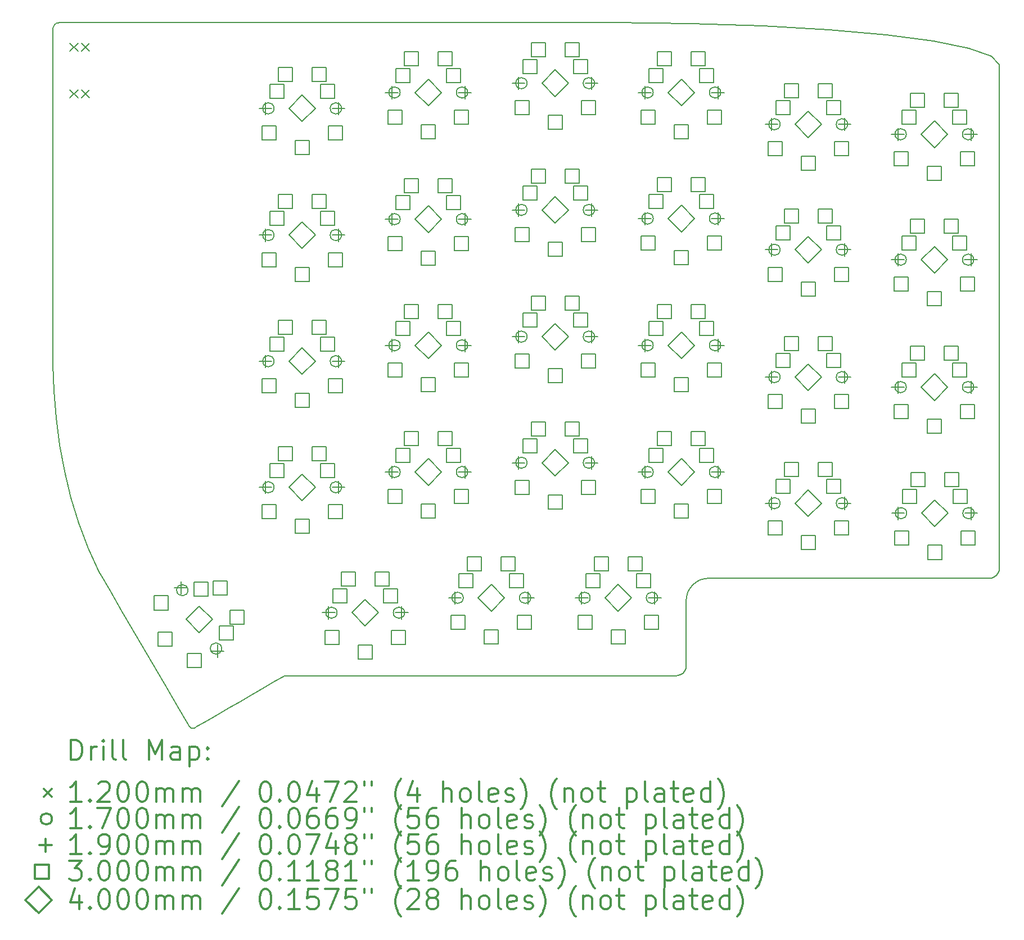
<source format=gbr>
%FSLAX45Y45*%
G04 Gerber Fmt 4.5, Leading zero omitted, Abs format (unit mm)*
G04 Created by KiCad (PCBNEW (5.1.12)-1) date 2021-12-11 09:13:44*
%MOMM*%
%LPD*%
G01*
G04 APERTURE LIST*
%TA.AperFunction,Profile*%
%ADD10C,0.200000*%
%TD*%
%ADD11C,0.200000*%
%ADD12C,0.300000*%
G04 APERTURE END LIST*
D10*
X11618662Y-13648078D02*
X11786231Y-13551064D01*
X11451092Y-13745092D02*
X11618662Y-13648078D01*
X8293753Y-5075063D02*
X8293753Y-4444370D01*
X8293753Y-5705756D02*
X8293753Y-5075063D01*
X11521171Y-3708676D02*
X10480388Y-3708676D01*
X21869242Y-12078973D02*
X22396000Y-12078973D01*
X21342484Y-12078973D02*
X21869242Y-12078973D01*
X20815726Y-12078973D02*
X21342484Y-12078973D01*
X20288967Y-12078973D02*
X20815726Y-12078973D01*
X19762209Y-12078973D02*
X20288967Y-12078973D01*
X19235451Y-12078973D02*
X19762209Y-12078973D01*
X18708693Y-12078973D02*
X19235451Y-12078973D01*
X18181935Y-12078973D02*
X18708693Y-12078973D01*
X18111352Y-12086078D02*
X18181935Y-12078973D01*
X18045633Y-12106456D02*
X18111352Y-12086078D01*
X17986177Y-12138706D02*
X18045633Y-12106456D01*
X17934388Y-12181427D02*
X17986177Y-12138706D01*
X17891668Y-12233216D02*
X17934388Y-12181427D01*
X17859417Y-12292671D02*
X17891668Y-12233216D01*
X17839039Y-12358391D02*
X17859417Y-12292671D01*
X17831935Y-12428973D02*
X17839039Y-12358391D01*
X19980765Y-3817049D02*
X18991954Y-3758537D01*
X20842076Y-3894556D02*
X19980765Y-3817049D01*
X21552570Y-3988516D02*
X20842076Y-3894556D01*
X22088932Y-4096385D02*
X21552570Y-3988516D01*
X17898956Y-3721565D02*
X16725088Y-3708676D01*
X18991954Y-3758537D02*
X17898956Y-3721565D01*
X17765831Y-13525566D02*
X17740350Y-13539388D01*
X17788026Y-13507257D02*
X17765831Y-13525566D01*
X17806335Y-13485062D02*
X17788026Y-13507257D01*
X17820157Y-13459581D02*
X17806335Y-13485062D01*
X17828890Y-13431415D02*
X17820157Y-13459581D01*
X17831935Y-13401166D02*
X17828890Y-13431415D01*
X22546000Y-5291838D02*
X22546000Y-6240000D01*
X22546000Y-4343676D02*
X22546000Y-5291838D01*
X8293753Y-6967143D02*
X8293753Y-6336449D01*
X8293753Y-7597836D02*
X8293753Y-6967143D01*
X8293753Y-8228530D02*
X8293753Y-7597836D01*
X8293753Y-8859223D02*
X8293753Y-8228530D01*
X10480388Y-3708676D02*
X9439604Y-3708676D01*
X12561954Y-3708676D02*
X11521171Y-3708676D01*
X13602738Y-3708676D02*
X12561954Y-3708676D01*
X14643521Y-3708676D02*
X13602738Y-3708676D01*
X15684305Y-3708676D02*
X14643521Y-3708676D01*
X16725088Y-3708676D02*
X15684305Y-3708676D01*
X8340094Y-3726596D02*
X8357930Y-3716921D01*
X8324557Y-3739412D02*
X8340094Y-3726596D01*
X8311741Y-3754949D02*
X8324557Y-3739412D01*
X8302066Y-3772785D02*
X8311741Y-3754949D01*
X8295952Y-3792501D02*
X8302066Y-3772785D01*
X8293821Y-3813676D02*
X8295952Y-3792501D01*
X8377646Y-3710807D02*
X8398821Y-3708676D01*
X8357930Y-3716921D02*
X8377646Y-3710807D01*
X9439604Y-3708676D02*
X8398821Y-3708676D01*
X8293753Y-6336449D02*
X8293753Y-5705756D01*
X8293753Y-4444370D02*
X8293753Y-3813676D01*
X8829176Y-11631807D02*
X8999333Y-11998954D01*
X8686311Y-11253067D02*
X8829176Y-11631807D01*
X8568800Y-10864913D02*
X8686311Y-11253067D01*
X8474708Y-10469525D02*
X8568800Y-10864913D01*
X8402097Y-10069083D02*
X8474708Y-10469525D01*
X8349030Y-9665766D02*
X8402097Y-10069083D01*
X8313569Y-9261756D02*
X8349030Y-9665766D01*
X8293778Y-8859232D02*
X8313569Y-9261756D01*
X10428886Y-14335728D02*
X10445676Y-14327176D01*
X10413021Y-14340447D02*
X10428886Y-14335728D01*
X10398125Y-14341397D02*
X10413021Y-14340447D01*
X10384247Y-14338644D02*
X10398125Y-14341397D01*
X10371433Y-14332253D02*
X10384247Y-14338644D01*
X10359730Y-14322288D02*
X10371433Y-14332253D01*
X10349184Y-14308815D02*
X10359730Y-14322288D01*
X10339843Y-14291898D02*
X10349184Y-14308815D01*
X11283523Y-13842106D02*
X11451092Y-13745092D01*
X11115954Y-13939120D02*
X11283523Y-13842106D01*
X10948384Y-14036134D02*
X11115954Y-13939120D01*
X10780815Y-14133148D02*
X10948384Y-14036134D01*
X10613245Y-14230162D02*
X10780815Y-14133148D01*
X10445676Y-14327176D02*
X10613245Y-14230162D01*
X10172273Y-14005266D02*
X10339843Y-14291898D01*
X10004704Y-13718634D02*
X10172273Y-14005266D01*
X9837134Y-13432002D02*
X10004704Y-13718634D01*
X9669565Y-13145370D02*
X9837134Y-13432002D01*
X9501995Y-12858738D02*
X9669565Y-13145370D01*
X9334426Y-12572106D02*
X9501995Y-12858738D01*
X9166856Y-12285474D02*
X9334426Y-12572106D01*
X8999287Y-11998842D02*
X9166856Y-12285474D01*
X16944983Y-13551166D02*
X17681935Y-13551166D01*
X16208030Y-13551166D02*
X16944983Y-13551166D01*
X15471078Y-13551166D02*
X16208030Y-13551166D01*
X14734126Y-13551166D02*
X15471078Y-13551166D01*
X13997174Y-13551166D02*
X14734126Y-13551166D01*
X13260222Y-13551166D02*
X13997174Y-13551166D01*
X12523269Y-13551166D02*
X13260222Y-13551166D01*
X11786317Y-13551166D02*
X12523269Y-13551166D01*
X17831935Y-13281601D02*
X17831935Y-13401166D01*
X17831935Y-13159797D02*
X17831935Y-13281601D01*
X17831935Y-13037993D02*
X17831935Y-13159797D01*
X17831935Y-12916189D02*
X17831935Y-13037993D01*
X17831935Y-12794385D02*
X17831935Y-12916189D01*
X17831935Y-12672581D02*
X17831935Y-12794385D01*
X17831935Y-12550777D02*
X17831935Y-12672581D01*
X17831935Y-12428973D02*
X17831935Y-12550777D01*
X17712184Y-13548121D02*
X17681935Y-13551166D01*
X17740350Y-13539388D02*
X17712184Y-13548121D01*
X22427847Y-4215619D02*
X22088932Y-4096385D01*
X22546000Y-4343676D02*
X22427847Y-4215619D01*
X22426249Y-12075929D02*
X22396000Y-12078973D01*
X22454415Y-12067195D02*
X22426249Y-12075929D01*
X22479896Y-12053374D02*
X22454415Y-12067195D01*
X22502091Y-12035065D02*
X22479896Y-12053374D01*
X22520400Y-12012870D02*
X22502091Y-12035065D01*
X22534222Y-11987389D02*
X22520400Y-12012870D01*
X22542955Y-11959223D02*
X22534222Y-11987389D01*
X22546000Y-11928973D02*
X22542955Y-11959223D01*
X22546000Y-10980811D02*
X22546000Y-11928973D01*
X22546000Y-10032649D02*
X22546000Y-10980811D01*
X22546000Y-9084487D02*
X22546000Y-10032649D01*
X22546000Y-8136324D02*
X22546000Y-9084487D01*
X22546000Y-7188162D02*
X22546000Y-8136324D01*
X22546000Y-6240000D02*
X22546000Y-7188162D01*
D11*
X8555000Y-4020000D02*
X8675000Y-4140000D01*
X8675000Y-4020000D02*
X8555000Y-4140000D01*
X8555000Y-4720000D02*
X8675000Y-4840000D01*
X8675000Y-4720000D02*
X8555000Y-4840000D01*
X8730000Y-4020000D02*
X8850000Y-4140000D01*
X8850000Y-4020000D02*
X8730000Y-4140000D01*
X8730000Y-4720000D02*
X8850000Y-4840000D01*
X8850000Y-4720000D02*
X8730000Y-4840000D01*
X10331000Y-12260059D02*
G75*
G03*
X10331000Y-12260059I-85000J0D01*
G01*
X10839000Y-13139941D02*
G75*
G03*
X10839000Y-13139941I-85000J0D01*
G01*
X11627000Y-5000000D02*
G75*
G03*
X11627000Y-5000000I-85000J0D01*
G01*
X11627000Y-6910000D02*
G75*
G03*
X11627000Y-6910000I-85000J0D01*
G01*
X11627000Y-8810000D02*
G75*
G03*
X11627000Y-8810000I-85000J0D01*
G01*
X11627000Y-10710000D02*
G75*
G03*
X11627000Y-10710000I-85000J0D01*
G01*
X12577000Y-12600000D02*
G75*
G03*
X12577000Y-12600000I-85000J0D01*
G01*
X12643000Y-5000000D02*
G75*
G03*
X12643000Y-5000000I-85000J0D01*
G01*
X12643000Y-6910000D02*
G75*
G03*
X12643000Y-6910000I-85000J0D01*
G01*
X12643000Y-8810000D02*
G75*
G03*
X12643000Y-8810000I-85000J0D01*
G01*
X12643000Y-10710000D02*
G75*
G03*
X12643000Y-10710000I-85000J0D01*
G01*
X13527000Y-4760000D02*
G75*
G03*
X13527000Y-4760000I-85000J0D01*
G01*
X13527000Y-6670000D02*
G75*
G03*
X13527000Y-6670000I-85000J0D01*
G01*
X13527000Y-8570000D02*
G75*
G03*
X13527000Y-8570000I-85000J0D01*
G01*
X13527000Y-10480000D02*
G75*
G03*
X13527000Y-10480000I-85000J0D01*
G01*
X13593000Y-12600000D02*
G75*
G03*
X13593000Y-12600000I-85000J0D01*
G01*
X14477000Y-12375000D02*
G75*
G03*
X14477000Y-12375000I-85000J0D01*
G01*
X14543000Y-4760000D02*
G75*
G03*
X14543000Y-4760000I-85000J0D01*
G01*
X14543000Y-6670000D02*
G75*
G03*
X14543000Y-6670000I-85000J0D01*
G01*
X14543000Y-8570000D02*
G75*
G03*
X14543000Y-8570000I-85000J0D01*
G01*
X14543000Y-10480000D02*
G75*
G03*
X14543000Y-10480000I-85000J0D01*
G01*
X15437000Y-4621000D02*
G75*
G03*
X15437000Y-4621000I-85000J0D01*
G01*
X15437000Y-6530000D02*
G75*
G03*
X15437000Y-6530000I-85000J0D01*
G01*
X15437000Y-8440000D02*
G75*
G03*
X15437000Y-8440000I-85000J0D01*
G01*
X15437000Y-10340000D02*
G75*
G03*
X15437000Y-10340000I-85000J0D01*
G01*
X15493000Y-12375000D02*
G75*
G03*
X15493000Y-12375000I-85000J0D01*
G01*
X16387000Y-12375000D02*
G75*
G03*
X16387000Y-12375000I-85000J0D01*
G01*
X16453000Y-4621000D02*
G75*
G03*
X16453000Y-4621000I-85000J0D01*
G01*
X16453000Y-6530000D02*
G75*
G03*
X16453000Y-6530000I-85000J0D01*
G01*
X16453000Y-8440000D02*
G75*
G03*
X16453000Y-8440000I-85000J0D01*
G01*
X16453000Y-10340000D02*
G75*
G03*
X16453000Y-10340000I-85000J0D01*
G01*
X17337000Y-4760000D02*
G75*
G03*
X17337000Y-4760000I-85000J0D01*
G01*
X17337000Y-6660000D02*
G75*
G03*
X17337000Y-6660000I-85000J0D01*
G01*
X17337000Y-8570000D02*
G75*
G03*
X17337000Y-8570000I-85000J0D01*
G01*
X17337000Y-10480000D02*
G75*
G03*
X17337000Y-10480000I-85000J0D01*
G01*
X17403000Y-12375000D02*
G75*
G03*
X17403000Y-12375000I-85000J0D01*
G01*
X18353000Y-4760000D02*
G75*
G03*
X18353000Y-4760000I-85000J0D01*
G01*
X18353000Y-6660000D02*
G75*
G03*
X18353000Y-6660000I-85000J0D01*
G01*
X18353000Y-8570000D02*
G75*
G03*
X18353000Y-8570000I-85000J0D01*
G01*
X18353000Y-10480000D02*
G75*
G03*
X18353000Y-10480000I-85000J0D01*
G01*
X19247000Y-5240000D02*
G75*
G03*
X19247000Y-5240000I-85000J0D01*
G01*
X19247000Y-7130000D02*
G75*
G03*
X19247000Y-7130000I-85000J0D01*
G01*
X19247000Y-9050000D02*
G75*
G03*
X19247000Y-9050000I-85000J0D01*
G01*
X19247000Y-10950000D02*
G75*
G03*
X19247000Y-10950000I-85000J0D01*
G01*
X20263000Y-5240000D02*
G75*
G03*
X20263000Y-5240000I-85000J0D01*
G01*
X20263000Y-7130000D02*
G75*
G03*
X20263000Y-7130000I-85000J0D01*
G01*
X20263000Y-9050000D02*
G75*
G03*
X20263000Y-9050000I-85000J0D01*
G01*
X20263000Y-10950000D02*
G75*
G03*
X20263000Y-10950000I-85000J0D01*
G01*
X21147000Y-5390000D02*
G75*
G03*
X21147000Y-5390000I-85000J0D01*
G01*
X21147000Y-7280000D02*
G75*
G03*
X21147000Y-7280000I-85000J0D01*
G01*
X21147000Y-9200000D02*
G75*
G03*
X21147000Y-9200000I-85000J0D01*
G01*
X21152000Y-11100000D02*
G75*
G03*
X21152000Y-11100000I-85000J0D01*
G01*
X22163000Y-5390000D02*
G75*
G03*
X22163000Y-5390000I-85000J0D01*
G01*
X22163000Y-7280000D02*
G75*
G03*
X22163000Y-7280000I-85000J0D01*
G01*
X22163000Y-9200000D02*
G75*
G03*
X22163000Y-9200000I-85000J0D01*
G01*
X22168000Y-11100000D02*
G75*
G03*
X22168000Y-11100000I-85000J0D01*
G01*
X10225000Y-12128686D02*
X10225000Y-12318686D01*
X10130000Y-12223686D02*
X10320000Y-12223686D01*
X10775000Y-13081314D02*
X10775000Y-13271314D01*
X10680000Y-13176314D02*
X10870000Y-13176314D01*
X11500000Y-4905000D02*
X11500000Y-5095000D01*
X11405000Y-5000000D02*
X11595000Y-5000000D01*
X11500000Y-6815000D02*
X11500000Y-7005000D01*
X11405000Y-6910000D02*
X11595000Y-6910000D01*
X11500000Y-8715000D02*
X11500000Y-8905000D01*
X11405000Y-8810000D02*
X11595000Y-8810000D01*
X11500000Y-10615000D02*
X11500000Y-10805000D01*
X11405000Y-10710000D02*
X11595000Y-10710000D01*
X12450000Y-12505000D02*
X12450000Y-12695000D01*
X12355000Y-12600000D02*
X12545000Y-12600000D01*
X12600000Y-4905000D02*
X12600000Y-5095000D01*
X12505000Y-5000000D02*
X12695000Y-5000000D01*
X12600000Y-6815000D02*
X12600000Y-7005000D01*
X12505000Y-6910000D02*
X12695000Y-6910000D01*
X12600000Y-8715000D02*
X12600000Y-8905000D01*
X12505000Y-8810000D02*
X12695000Y-8810000D01*
X12600000Y-10615000D02*
X12600000Y-10805000D01*
X12505000Y-10710000D02*
X12695000Y-10710000D01*
X13400000Y-4665000D02*
X13400000Y-4855000D01*
X13305000Y-4760000D02*
X13495000Y-4760000D01*
X13400000Y-6575000D02*
X13400000Y-6765000D01*
X13305000Y-6670000D02*
X13495000Y-6670000D01*
X13400000Y-8475000D02*
X13400000Y-8665000D01*
X13305000Y-8570000D02*
X13495000Y-8570000D01*
X13400000Y-10385000D02*
X13400000Y-10575000D01*
X13305000Y-10480000D02*
X13495000Y-10480000D01*
X13550000Y-12505000D02*
X13550000Y-12695000D01*
X13455000Y-12600000D02*
X13645000Y-12600000D01*
X14350000Y-12280000D02*
X14350000Y-12470000D01*
X14255000Y-12375000D02*
X14445000Y-12375000D01*
X14500000Y-4665000D02*
X14500000Y-4855000D01*
X14405000Y-4760000D02*
X14595000Y-4760000D01*
X14500000Y-6575000D02*
X14500000Y-6765000D01*
X14405000Y-6670000D02*
X14595000Y-6670000D01*
X14500000Y-8475000D02*
X14500000Y-8665000D01*
X14405000Y-8570000D02*
X14595000Y-8570000D01*
X14500000Y-10385000D02*
X14500000Y-10575000D01*
X14405000Y-10480000D02*
X14595000Y-10480000D01*
X15310000Y-4526000D02*
X15310000Y-4716000D01*
X15215000Y-4621000D02*
X15405000Y-4621000D01*
X15310000Y-6435000D02*
X15310000Y-6625000D01*
X15215000Y-6530000D02*
X15405000Y-6530000D01*
X15310000Y-8345000D02*
X15310000Y-8535000D01*
X15215000Y-8440000D02*
X15405000Y-8440000D01*
X15310000Y-10245000D02*
X15310000Y-10435000D01*
X15215000Y-10340000D02*
X15405000Y-10340000D01*
X15450000Y-12280000D02*
X15450000Y-12470000D01*
X15355000Y-12375000D02*
X15545000Y-12375000D01*
X16260000Y-12280000D02*
X16260000Y-12470000D01*
X16165000Y-12375000D02*
X16355000Y-12375000D01*
X16410000Y-4526000D02*
X16410000Y-4716000D01*
X16315000Y-4621000D02*
X16505000Y-4621000D01*
X16410000Y-6435000D02*
X16410000Y-6625000D01*
X16315000Y-6530000D02*
X16505000Y-6530000D01*
X16410000Y-8345000D02*
X16410000Y-8535000D01*
X16315000Y-8440000D02*
X16505000Y-8440000D01*
X16410000Y-10245000D02*
X16410000Y-10435000D01*
X16315000Y-10340000D02*
X16505000Y-10340000D01*
X17210000Y-4665000D02*
X17210000Y-4855000D01*
X17115000Y-4760000D02*
X17305000Y-4760000D01*
X17210000Y-6565000D02*
X17210000Y-6755000D01*
X17115000Y-6660000D02*
X17305000Y-6660000D01*
X17210000Y-8475000D02*
X17210000Y-8665000D01*
X17115000Y-8570000D02*
X17305000Y-8570000D01*
X17210000Y-10385000D02*
X17210000Y-10575000D01*
X17115000Y-10480000D02*
X17305000Y-10480000D01*
X17360000Y-12280000D02*
X17360000Y-12470000D01*
X17265000Y-12375000D02*
X17455000Y-12375000D01*
X18310000Y-4665000D02*
X18310000Y-4855000D01*
X18215000Y-4760000D02*
X18405000Y-4760000D01*
X18310000Y-6565000D02*
X18310000Y-6755000D01*
X18215000Y-6660000D02*
X18405000Y-6660000D01*
X18310000Y-8475000D02*
X18310000Y-8665000D01*
X18215000Y-8570000D02*
X18405000Y-8570000D01*
X18310000Y-10385000D02*
X18310000Y-10575000D01*
X18215000Y-10480000D02*
X18405000Y-10480000D01*
X19120000Y-5145000D02*
X19120000Y-5335000D01*
X19025000Y-5240000D02*
X19215000Y-5240000D01*
X19120000Y-7035000D02*
X19120000Y-7225000D01*
X19025000Y-7130000D02*
X19215000Y-7130000D01*
X19120000Y-8955000D02*
X19120000Y-9145000D01*
X19025000Y-9050000D02*
X19215000Y-9050000D01*
X19120000Y-10855000D02*
X19120000Y-11045000D01*
X19025000Y-10950000D02*
X19215000Y-10950000D01*
X20220000Y-5145000D02*
X20220000Y-5335000D01*
X20125000Y-5240000D02*
X20315000Y-5240000D01*
X20220000Y-7035000D02*
X20220000Y-7225000D01*
X20125000Y-7130000D02*
X20315000Y-7130000D01*
X20220000Y-8955000D02*
X20220000Y-9145000D01*
X20125000Y-9050000D02*
X20315000Y-9050000D01*
X20220000Y-10855000D02*
X20220000Y-11045000D01*
X20125000Y-10950000D02*
X20315000Y-10950000D01*
X21020000Y-5295000D02*
X21020000Y-5485000D01*
X20925000Y-5390000D02*
X21115000Y-5390000D01*
X21020000Y-7185000D02*
X21020000Y-7375000D01*
X20925000Y-7280000D02*
X21115000Y-7280000D01*
X21020000Y-9105000D02*
X21020000Y-9295000D01*
X20925000Y-9200000D02*
X21115000Y-9200000D01*
X21025000Y-11005000D02*
X21025000Y-11195000D01*
X20930000Y-11100000D02*
X21120000Y-11100000D01*
X22120000Y-5295000D02*
X22120000Y-5485000D01*
X22025000Y-5390000D02*
X22215000Y-5390000D01*
X22120000Y-7185000D02*
X22120000Y-7375000D01*
X22025000Y-7280000D02*
X22215000Y-7280000D01*
X22120000Y-9105000D02*
X22120000Y-9295000D01*
X22025000Y-9200000D02*
X22215000Y-9200000D01*
X22125000Y-11005000D02*
X22125000Y-11195000D01*
X22030000Y-11100000D02*
X22220000Y-11100000D01*
X10035638Y-12558054D02*
X10035638Y-12345920D01*
X9823504Y-12345920D01*
X9823504Y-12558054D01*
X10035638Y-12558054D01*
X10095112Y-13101067D02*
X10095112Y-12888933D01*
X9882978Y-12888933D01*
X9882978Y-13101067D01*
X10095112Y-13101067D01*
X10535638Y-13424080D02*
X10535638Y-13211946D01*
X10323504Y-13211946D01*
X10323504Y-13424080D01*
X10535638Y-13424080D01*
X10635538Y-12349111D02*
X10635538Y-12136977D01*
X10423404Y-12136977D01*
X10423404Y-12349111D01*
X10635538Y-12349111D01*
X10919008Y-12332096D02*
X10919008Y-12119962D01*
X10706874Y-12119962D01*
X10706874Y-12332096D01*
X10919008Y-12332096D01*
X11016538Y-13009023D02*
X11016538Y-12796889D01*
X10804404Y-12796889D01*
X10804404Y-13009023D01*
X11016538Y-13009023D01*
X11173008Y-12772037D02*
X11173008Y-12559903D01*
X10960874Y-12559903D01*
X10960874Y-12772037D01*
X11173008Y-12772037D01*
X11656067Y-5476067D02*
X11656067Y-5263933D01*
X11443933Y-5263933D01*
X11443933Y-5476067D01*
X11656067Y-5476067D01*
X11656067Y-7386067D02*
X11656067Y-7173933D01*
X11443933Y-7173933D01*
X11443933Y-7386067D01*
X11656067Y-7386067D01*
X11656067Y-9286067D02*
X11656067Y-9073933D01*
X11443933Y-9073933D01*
X11443933Y-9286067D01*
X11656067Y-9286067D01*
X11656067Y-11186067D02*
X11656067Y-10973933D01*
X11443933Y-10973933D01*
X11443933Y-11186067D01*
X11656067Y-11186067D01*
X11775067Y-4852067D02*
X11775067Y-4639933D01*
X11562933Y-4639933D01*
X11562933Y-4852067D01*
X11775067Y-4852067D01*
X11775067Y-6762067D02*
X11775067Y-6549933D01*
X11562933Y-6549933D01*
X11562933Y-6762067D01*
X11775067Y-6762067D01*
X11775067Y-8662067D02*
X11775067Y-8449933D01*
X11562933Y-8449933D01*
X11562933Y-8662067D01*
X11775067Y-8662067D01*
X11775067Y-10562067D02*
X11775067Y-10349933D01*
X11562933Y-10349933D01*
X11562933Y-10562067D01*
X11775067Y-10562067D01*
X11902067Y-4598067D02*
X11902067Y-4385933D01*
X11689933Y-4385933D01*
X11689933Y-4598067D01*
X11902067Y-4598067D01*
X11902067Y-6508067D02*
X11902067Y-6295933D01*
X11689933Y-6295933D01*
X11689933Y-6508067D01*
X11902067Y-6508067D01*
X11902067Y-8408067D02*
X11902067Y-8195933D01*
X11689933Y-8195933D01*
X11689933Y-8408067D01*
X11902067Y-8408067D01*
X11902067Y-10308067D02*
X11902067Y-10095933D01*
X11689933Y-10095933D01*
X11689933Y-10308067D01*
X11902067Y-10308067D01*
X12156067Y-5696067D02*
X12156067Y-5483933D01*
X11943933Y-5483933D01*
X11943933Y-5696067D01*
X12156067Y-5696067D01*
X12156067Y-7606067D02*
X12156067Y-7393933D01*
X11943933Y-7393933D01*
X11943933Y-7606067D01*
X12156067Y-7606067D01*
X12156067Y-9506067D02*
X12156067Y-9293933D01*
X11943933Y-9293933D01*
X11943933Y-9506067D01*
X12156067Y-9506067D01*
X12156067Y-11406067D02*
X12156067Y-11193933D01*
X11943933Y-11193933D01*
X11943933Y-11406067D01*
X12156067Y-11406067D01*
X12410067Y-4598067D02*
X12410067Y-4385933D01*
X12197933Y-4385933D01*
X12197933Y-4598067D01*
X12410067Y-4598067D01*
X12410067Y-6508067D02*
X12410067Y-6295933D01*
X12197933Y-6295933D01*
X12197933Y-6508067D01*
X12410067Y-6508067D01*
X12410067Y-8408067D02*
X12410067Y-8195933D01*
X12197933Y-8195933D01*
X12197933Y-8408067D01*
X12410067Y-8408067D01*
X12410067Y-10308067D02*
X12410067Y-10095933D01*
X12197933Y-10095933D01*
X12197933Y-10308067D01*
X12410067Y-10308067D01*
X12537067Y-4852067D02*
X12537067Y-4639933D01*
X12324933Y-4639933D01*
X12324933Y-4852067D01*
X12537067Y-4852067D01*
X12537067Y-6762067D02*
X12537067Y-6549933D01*
X12324933Y-6549933D01*
X12324933Y-6762067D01*
X12537067Y-6762067D01*
X12537067Y-8662067D02*
X12537067Y-8449933D01*
X12324933Y-8449933D01*
X12324933Y-8662067D01*
X12537067Y-8662067D01*
X12537067Y-10562067D02*
X12537067Y-10349933D01*
X12324933Y-10349933D01*
X12324933Y-10562067D01*
X12537067Y-10562067D01*
X12606067Y-13076067D02*
X12606067Y-12863933D01*
X12393933Y-12863933D01*
X12393933Y-13076067D01*
X12606067Y-13076067D01*
X12656067Y-5476067D02*
X12656067Y-5263933D01*
X12443933Y-5263933D01*
X12443933Y-5476067D01*
X12656067Y-5476067D01*
X12656067Y-7386067D02*
X12656067Y-7173933D01*
X12443933Y-7173933D01*
X12443933Y-7386067D01*
X12656067Y-7386067D01*
X12656067Y-9286067D02*
X12656067Y-9073933D01*
X12443933Y-9073933D01*
X12443933Y-9286067D01*
X12656067Y-9286067D01*
X12656067Y-11186067D02*
X12656067Y-10973933D01*
X12443933Y-10973933D01*
X12443933Y-11186067D01*
X12656067Y-11186067D01*
X12725067Y-12452067D02*
X12725067Y-12239933D01*
X12512933Y-12239933D01*
X12512933Y-12452067D01*
X12725067Y-12452067D01*
X12852067Y-12198067D02*
X12852067Y-11985933D01*
X12639933Y-11985933D01*
X12639933Y-12198067D01*
X12852067Y-12198067D01*
X13106067Y-13296067D02*
X13106067Y-13083933D01*
X12893933Y-13083933D01*
X12893933Y-13296067D01*
X13106067Y-13296067D01*
X13360067Y-12198067D02*
X13360067Y-11985933D01*
X13147933Y-11985933D01*
X13147933Y-12198067D01*
X13360067Y-12198067D01*
X13487067Y-12452067D02*
X13487067Y-12239933D01*
X13274933Y-12239933D01*
X13274933Y-12452067D01*
X13487067Y-12452067D01*
X13556067Y-5236067D02*
X13556067Y-5023933D01*
X13343933Y-5023933D01*
X13343933Y-5236067D01*
X13556067Y-5236067D01*
X13556067Y-7146067D02*
X13556067Y-6933933D01*
X13343933Y-6933933D01*
X13343933Y-7146067D01*
X13556067Y-7146067D01*
X13556067Y-9046067D02*
X13556067Y-8833933D01*
X13343933Y-8833933D01*
X13343933Y-9046067D01*
X13556067Y-9046067D01*
X13556067Y-10956067D02*
X13556067Y-10743933D01*
X13343933Y-10743933D01*
X13343933Y-10956067D01*
X13556067Y-10956067D01*
X13606067Y-13076067D02*
X13606067Y-12863933D01*
X13393933Y-12863933D01*
X13393933Y-13076067D01*
X13606067Y-13076067D01*
X13675067Y-4612067D02*
X13675067Y-4399933D01*
X13462933Y-4399933D01*
X13462933Y-4612067D01*
X13675067Y-4612067D01*
X13675067Y-6522067D02*
X13675067Y-6309933D01*
X13462933Y-6309933D01*
X13462933Y-6522067D01*
X13675067Y-6522067D01*
X13675067Y-8422067D02*
X13675067Y-8209933D01*
X13462933Y-8209933D01*
X13462933Y-8422067D01*
X13675067Y-8422067D01*
X13675067Y-10332067D02*
X13675067Y-10119933D01*
X13462933Y-10119933D01*
X13462933Y-10332067D01*
X13675067Y-10332067D01*
X13802067Y-4358067D02*
X13802067Y-4145933D01*
X13589933Y-4145933D01*
X13589933Y-4358067D01*
X13802067Y-4358067D01*
X13802067Y-6268067D02*
X13802067Y-6055933D01*
X13589933Y-6055933D01*
X13589933Y-6268067D01*
X13802067Y-6268067D01*
X13802067Y-8168067D02*
X13802067Y-7955933D01*
X13589933Y-7955933D01*
X13589933Y-8168067D01*
X13802067Y-8168067D01*
X13802067Y-10078067D02*
X13802067Y-9865933D01*
X13589933Y-9865933D01*
X13589933Y-10078067D01*
X13802067Y-10078067D01*
X14056067Y-5456067D02*
X14056067Y-5243933D01*
X13843933Y-5243933D01*
X13843933Y-5456067D01*
X14056067Y-5456067D01*
X14056067Y-7366067D02*
X14056067Y-7153933D01*
X13843933Y-7153933D01*
X13843933Y-7366067D01*
X14056067Y-7366067D01*
X14056067Y-9266067D02*
X14056067Y-9053933D01*
X13843933Y-9053933D01*
X13843933Y-9266067D01*
X14056067Y-9266067D01*
X14056067Y-11176067D02*
X14056067Y-10963933D01*
X13843933Y-10963933D01*
X13843933Y-11176067D01*
X14056067Y-11176067D01*
X14310067Y-4358067D02*
X14310067Y-4145933D01*
X14097933Y-4145933D01*
X14097933Y-4358067D01*
X14310067Y-4358067D01*
X14310067Y-6268067D02*
X14310067Y-6055933D01*
X14097933Y-6055933D01*
X14097933Y-6268067D01*
X14310067Y-6268067D01*
X14310067Y-8168067D02*
X14310067Y-7955933D01*
X14097933Y-7955933D01*
X14097933Y-8168067D01*
X14310067Y-8168067D01*
X14310067Y-10078067D02*
X14310067Y-9865933D01*
X14097933Y-9865933D01*
X14097933Y-10078067D01*
X14310067Y-10078067D01*
X14437067Y-4612067D02*
X14437067Y-4399933D01*
X14224933Y-4399933D01*
X14224933Y-4612067D01*
X14437067Y-4612067D01*
X14437067Y-6522067D02*
X14437067Y-6309933D01*
X14224933Y-6309933D01*
X14224933Y-6522067D01*
X14437067Y-6522067D01*
X14437067Y-8422067D02*
X14437067Y-8209933D01*
X14224933Y-8209933D01*
X14224933Y-8422067D01*
X14437067Y-8422067D01*
X14437067Y-10332067D02*
X14437067Y-10119933D01*
X14224933Y-10119933D01*
X14224933Y-10332067D01*
X14437067Y-10332067D01*
X14506067Y-12851067D02*
X14506067Y-12638933D01*
X14293933Y-12638933D01*
X14293933Y-12851067D01*
X14506067Y-12851067D01*
X14556067Y-5236067D02*
X14556067Y-5023933D01*
X14343933Y-5023933D01*
X14343933Y-5236067D01*
X14556067Y-5236067D01*
X14556067Y-7146067D02*
X14556067Y-6933933D01*
X14343933Y-6933933D01*
X14343933Y-7146067D01*
X14556067Y-7146067D01*
X14556067Y-9046067D02*
X14556067Y-8833933D01*
X14343933Y-8833933D01*
X14343933Y-9046067D01*
X14556067Y-9046067D01*
X14556067Y-10956067D02*
X14556067Y-10743933D01*
X14343933Y-10743933D01*
X14343933Y-10956067D01*
X14556067Y-10956067D01*
X14625067Y-12227067D02*
X14625067Y-12014933D01*
X14412933Y-12014933D01*
X14412933Y-12227067D01*
X14625067Y-12227067D01*
X14752067Y-11973067D02*
X14752067Y-11760933D01*
X14539933Y-11760933D01*
X14539933Y-11973067D01*
X14752067Y-11973067D01*
X15006067Y-13071067D02*
X15006067Y-12858933D01*
X14793933Y-12858933D01*
X14793933Y-13071067D01*
X15006067Y-13071067D01*
X15260067Y-11973067D02*
X15260067Y-11760933D01*
X15047933Y-11760933D01*
X15047933Y-11973067D01*
X15260067Y-11973067D01*
X15387067Y-12227067D02*
X15387067Y-12014933D01*
X15174933Y-12014933D01*
X15174933Y-12227067D01*
X15387067Y-12227067D01*
X15466067Y-5097067D02*
X15466067Y-4884933D01*
X15253933Y-4884933D01*
X15253933Y-5097067D01*
X15466067Y-5097067D01*
X15466067Y-7006067D02*
X15466067Y-6793933D01*
X15253933Y-6793933D01*
X15253933Y-7006067D01*
X15466067Y-7006067D01*
X15466067Y-8916067D02*
X15466067Y-8703933D01*
X15253933Y-8703933D01*
X15253933Y-8916067D01*
X15466067Y-8916067D01*
X15466067Y-10816067D02*
X15466067Y-10603933D01*
X15253933Y-10603933D01*
X15253933Y-10816067D01*
X15466067Y-10816067D01*
X15506067Y-12851067D02*
X15506067Y-12638933D01*
X15293933Y-12638933D01*
X15293933Y-12851067D01*
X15506067Y-12851067D01*
X15585067Y-4473067D02*
X15585067Y-4260933D01*
X15372933Y-4260933D01*
X15372933Y-4473067D01*
X15585067Y-4473067D01*
X15585067Y-6382067D02*
X15585067Y-6169933D01*
X15372933Y-6169933D01*
X15372933Y-6382067D01*
X15585067Y-6382067D01*
X15585067Y-8292067D02*
X15585067Y-8079933D01*
X15372933Y-8079933D01*
X15372933Y-8292067D01*
X15585067Y-8292067D01*
X15585067Y-10192067D02*
X15585067Y-9979933D01*
X15372933Y-9979933D01*
X15372933Y-10192067D01*
X15585067Y-10192067D01*
X15712067Y-4219067D02*
X15712067Y-4006933D01*
X15499933Y-4006933D01*
X15499933Y-4219067D01*
X15712067Y-4219067D01*
X15712067Y-6128067D02*
X15712067Y-5915933D01*
X15499933Y-5915933D01*
X15499933Y-6128067D01*
X15712067Y-6128067D01*
X15712067Y-8038067D02*
X15712067Y-7825933D01*
X15499933Y-7825933D01*
X15499933Y-8038067D01*
X15712067Y-8038067D01*
X15712067Y-9938067D02*
X15712067Y-9725933D01*
X15499933Y-9725933D01*
X15499933Y-9938067D01*
X15712067Y-9938067D01*
X15966067Y-5317067D02*
X15966067Y-5104933D01*
X15753933Y-5104933D01*
X15753933Y-5317067D01*
X15966067Y-5317067D01*
X15966067Y-7226067D02*
X15966067Y-7013933D01*
X15753933Y-7013933D01*
X15753933Y-7226067D01*
X15966067Y-7226067D01*
X15966067Y-9136067D02*
X15966067Y-8923933D01*
X15753933Y-8923933D01*
X15753933Y-9136067D01*
X15966067Y-9136067D01*
X15966067Y-11036067D02*
X15966067Y-10823933D01*
X15753933Y-10823933D01*
X15753933Y-11036067D01*
X15966067Y-11036067D01*
X16220067Y-4219067D02*
X16220067Y-4006933D01*
X16007933Y-4006933D01*
X16007933Y-4219067D01*
X16220067Y-4219067D01*
X16220067Y-6128067D02*
X16220067Y-5915933D01*
X16007933Y-5915933D01*
X16007933Y-6128067D01*
X16220067Y-6128067D01*
X16220067Y-8038067D02*
X16220067Y-7825933D01*
X16007933Y-7825933D01*
X16007933Y-8038067D01*
X16220067Y-8038067D01*
X16220067Y-9938067D02*
X16220067Y-9725933D01*
X16007933Y-9725933D01*
X16007933Y-9938067D01*
X16220067Y-9938067D01*
X16347067Y-4473067D02*
X16347067Y-4260933D01*
X16134933Y-4260933D01*
X16134933Y-4473067D01*
X16347067Y-4473067D01*
X16347067Y-6382067D02*
X16347067Y-6169933D01*
X16134933Y-6169933D01*
X16134933Y-6382067D01*
X16347067Y-6382067D01*
X16347067Y-8292067D02*
X16347067Y-8079933D01*
X16134933Y-8079933D01*
X16134933Y-8292067D01*
X16347067Y-8292067D01*
X16347067Y-10192067D02*
X16347067Y-9979933D01*
X16134933Y-9979933D01*
X16134933Y-10192067D01*
X16347067Y-10192067D01*
X16416067Y-12851067D02*
X16416067Y-12638933D01*
X16203933Y-12638933D01*
X16203933Y-12851067D01*
X16416067Y-12851067D01*
X16466067Y-5097067D02*
X16466067Y-4884933D01*
X16253933Y-4884933D01*
X16253933Y-5097067D01*
X16466067Y-5097067D01*
X16466067Y-7006067D02*
X16466067Y-6793933D01*
X16253933Y-6793933D01*
X16253933Y-7006067D01*
X16466067Y-7006067D01*
X16466067Y-8916067D02*
X16466067Y-8703933D01*
X16253933Y-8703933D01*
X16253933Y-8916067D01*
X16466067Y-8916067D01*
X16466067Y-10816067D02*
X16466067Y-10603933D01*
X16253933Y-10603933D01*
X16253933Y-10816067D01*
X16466067Y-10816067D01*
X16535067Y-12227067D02*
X16535067Y-12014933D01*
X16322933Y-12014933D01*
X16322933Y-12227067D01*
X16535067Y-12227067D01*
X16662067Y-11973067D02*
X16662067Y-11760933D01*
X16449933Y-11760933D01*
X16449933Y-11973067D01*
X16662067Y-11973067D01*
X16916067Y-13071067D02*
X16916067Y-12858933D01*
X16703933Y-12858933D01*
X16703933Y-13071067D01*
X16916067Y-13071067D01*
X17170067Y-11973067D02*
X17170067Y-11760933D01*
X16957933Y-11760933D01*
X16957933Y-11973067D01*
X17170067Y-11973067D01*
X17297067Y-12227067D02*
X17297067Y-12014933D01*
X17084933Y-12014933D01*
X17084933Y-12227067D01*
X17297067Y-12227067D01*
X17366067Y-5236067D02*
X17366067Y-5023933D01*
X17153933Y-5023933D01*
X17153933Y-5236067D01*
X17366067Y-5236067D01*
X17366067Y-7136067D02*
X17366067Y-6923933D01*
X17153933Y-6923933D01*
X17153933Y-7136067D01*
X17366067Y-7136067D01*
X17366067Y-9046067D02*
X17366067Y-8833933D01*
X17153933Y-8833933D01*
X17153933Y-9046067D01*
X17366067Y-9046067D01*
X17366067Y-10956067D02*
X17366067Y-10743933D01*
X17153933Y-10743933D01*
X17153933Y-10956067D01*
X17366067Y-10956067D01*
X17416067Y-12851067D02*
X17416067Y-12638933D01*
X17203933Y-12638933D01*
X17203933Y-12851067D01*
X17416067Y-12851067D01*
X17485067Y-4612067D02*
X17485067Y-4399933D01*
X17272933Y-4399933D01*
X17272933Y-4612067D01*
X17485067Y-4612067D01*
X17485067Y-6512067D02*
X17485067Y-6299933D01*
X17272933Y-6299933D01*
X17272933Y-6512067D01*
X17485067Y-6512067D01*
X17485067Y-8422067D02*
X17485067Y-8209933D01*
X17272933Y-8209933D01*
X17272933Y-8422067D01*
X17485067Y-8422067D01*
X17485067Y-10332067D02*
X17485067Y-10119933D01*
X17272933Y-10119933D01*
X17272933Y-10332067D01*
X17485067Y-10332067D01*
X17612067Y-4358067D02*
X17612067Y-4145933D01*
X17399933Y-4145933D01*
X17399933Y-4358067D01*
X17612067Y-4358067D01*
X17612067Y-6258067D02*
X17612067Y-6045933D01*
X17399933Y-6045933D01*
X17399933Y-6258067D01*
X17612067Y-6258067D01*
X17612067Y-8168067D02*
X17612067Y-7955933D01*
X17399933Y-7955933D01*
X17399933Y-8168067D01*
X17612067Y-8168067D01*
X17612067Y-10078067D02*
X17612067Y-9865933D01*
X17399933Y-9865933D01*
X17399933Y-10078067D01*
X17612067Y-10078067D01*
X17866067Y-5456067D02*
X17866067Y-5243933D01*
X17653933Y-5243933D01*
X17653933Y-5456067D01*
X17866067Y-5456067D01*
X17866067Y-7356067D02*
X17866067Y-7143933D01*
X17653933Y-7143933D01*
X17653933Y-7356067D01*
X17866067Y-7356067D01*
X17866067Y-9266067D02*
X17866067Y-9053933D01*
X17653933Y-9053933D01*
X17653933Y-9266067D01*
X17866067Y-9266067D01*
X17866067Y-11176067D02*
X17866067Y-10963933D01*
X17653933Y-10963933D01*
X17653933Y-11176067D01*
X17866067Y-11176067D01*
X18120067Y-4358067D02*
X18120067Y-4145933D01*
X17907933Y-4145933D01*
X17907933Y-4358067D01*
X18120067Y-4358067D01*
X18120067Y-6258067D02*
X18120067Y-6045933D01*
X17907933Y-6045933D01*
X17907933Y-6258067D01*
X18120067Y-6258067D01*
X18120067Y-8168067D02*
X18120067Y-7955933D01*
X17907933Y-7955933D01*
X17907933Y-8168067D01*
X18120067Y-8168067D01*
X18120067Y-10078067D02*
X18120067Y-9865933D01*
X17907933Y-9865933D01*
X17907933Y-10078067D01*
X18120067Y-10078067D01*
X18247067Y-4612067D02*
X18247067Y-4399933D01*
X18034933Y-4399933D01*
X18034933Y-4612067D01*
X18247067Y-4612067D01*
X18247067Y-6512067D02*
X18247067Y-6299933D01*
X18034933Y-6299933D01*
X18034933Y-6512067D01*
X18247067Y-6512067D01*
X18247067Y-8422067D02*
X18247067Y-8209933D01*
X18034933Y-8209933D01*
X18034933Y-8422067D01*
X18247067Y-8422067D01*
X18247067Y-10332067D02*
X18247067Y-10119933D01*
X18034933Y-10119933D01*
X18034933Y-10332067D01*
X18247067Y-10332067D01*
X18366067Y-5236067D02*
X18366067Y-5023933D01*
X18153933Y-5023933D01*
X18153933Y-5236067D01*
X18366067Y-5236067D01*
X18366067Y-7136067D02*
X18366067Y-6923933D01*
X18153933Y-6923933D01*
X18153933Y-7136067D01*
X18366067Y-7136067D01*
X18366067Y-9046067D02*
X18366067Y-8833933D01*
X18153933Y-8833933D01*
X18153933Y-9046067D01*
X18366067Y-9046067D01*
X18366067Y-10956067D02*
X18366067Y-10743933D01*
X18153933Y-10743933D01*
X18153933Y-10956067D01*
X18366067Y-10956067D01*
X19276067Y-5716067D02*
X19276067Y-5503933D01*
X19063933Y-5503933D01*
X19063933Y-5716067D01*
X19276067Y-5716067D01*
X19276067Y-7606067D02*
X19276067Y-7393933D01*
X19063933Y-7393933D01*
X19063933Y-7606067D01*
X19276067Y-7606067D01*
X19276067Y-9526067D02*
X19276067Y-9313933D01*
X19063933Y-9313933D01*
X19063933Y-9526067D01*
X19276067Y-9526067D01*
X19276067Y-11426067D02*
X19276067Y-11213933D01*
X19063933Y-11213933D01*
X19063933Y-11426067D01*
X19276067Y-11426067D01*
X19395067Y-5092067D02*
X19395067Y-4879933D01*
X19182933Y-4879933D01*
X19182933Y-5092067D01*
X19395067Y-5092067D01*
X19395067Y-6982067D02*
X19395067Y-6769933D01*
X19182933Y-6769933D01*
X19182933Y-6982067D01*
X19395067Y-6982067D01*
X19395067Y-8902067D02*
X19395067Y-8689933D01*
X19182933Y-8689933D01*
X19182933Y-8902067D01*
X19395067Y-8902067D01*
X19395067Y-10802067D02*
X19395067Y-10589933D01*
X19182933Y-10589933D01*
X19182933Y-10802067D01*
X19395067Y-10802067D01*
X19522067Y-4838067D02*
X19522067Y-4625933D01*
X19309933Y-4625933D01*
X19309933Y-4838067D01*
X19522067Y-4838067D01*
X19522067Y-6728067D02*
X19522067Y-6515933D01*
X19309933Y-6515933D01*
X19309933Y-6728067D01*
X19522067Y-6728067D01*
X19522067Y-8648067D02*
X19522067Y-8435933D01*
X19309933Y-8435933D01*
X19309933Y-8648067D01*
X19522067Y-8648067D01*
X19522067Y-10548067D02*
X19522067Y-10335933D01*
X19309933Y-10335933D01*
X19309933Y-10548067D01*
X19522067Y-10548067D01*
X19776067Y-5936067D02*
X19776067Y-5723933D01*
X19563933Y-5723933D01*
X19563933Y-5936067D01*
X19776067Y-5936067D01*
X19776067Y-7826067D02*
X19776067Y-7613933D01*
X19563933Y-7613933D01*
X19563933Y-7826067D01*
X19776067Y-7826067D01*
X19776067Y-9746067D02*
X19776067Y-9533933D01*
X19563933Y-9533933D01*
X19563933Y-9746067D01*
X19776067Y-9746067D01*
X19776067Y-11646067D02*
X19776067Y-11433933D01*
X19563933Y-11433933D01*
X19563933Y-11646067D01*
X19776067Y-11646067D01*
X20030067Y-4838067D02*
X20030067Y-4625933D01*
X19817933Y-4625933D01*
X19817933Y-4838067D01*
X20030067Y-4838067D01*
X20030067Y-6728067D02*
X20030067Y-6515933D01*
X19817933Y-6515933D01*
X19817933Y-6728067D01*
X20030067Y-6728067D01*
X20030067Y-8648067D02*
X20030067Y-8435933D01*
X19817933Y-8435933D01*
X19817933Y-8648067D01*
X20030067Y-8648067D01*
X20030067Y-10548067D02*
X20030067Y-10335933D01*
X19817933Y-10335933D01*
X19817933Y-10548067D01*
X20030067Y-10548067D01*
X20157067Y-5092067D02*
X20157067Y-4879933D01*
X19944933Y-4879933D01*
X19944933Y-5092067D01*
X20157067Y-5092067D01*
X20157067Y-6982067D02*
X20157067Y-6769933D01*
X19944933Y-6769933D01*
X19944933Y-6982067D01*
X20157067Y-6982067D01*
X20157067Y-8902067D02*
X20157067Y-8689933D01*
X19944933Y-8689933D01*
X19944933Y-8902067D01*
X20157067Y-8902067D01*
X20157067Y-10802067D02*
X20157067Y-10589933D01*
X19944933Y-10589933D01*
X19944933Y-10802067D01*
X20157067Y-10802067D01*
X20276067Y-5716067D02*
X20276067Y-5503933D01*
X20063933Y-5503933D01*
X20063933Y-5716067D01*
X20276067Y-5716067D01*
X20276067Y-7606067D02*
X20276067Y-7393933D01*
X20063933Y-7393933D01*
X20063933Y-7606067D01*
X20276067Y-7606067D01*
X20276067Y-9526067D02*
X20276067Y-9313933D01*
X20063933Y-9313933D01*
X20063933Y-9526067D01*
X20276067Y-9526067D01*
X20276067Y-11426067D02*
X20276067Y-11213933D01*
X20063933Y-11213933D01*
X20063933Y-11426067D01*
X20276067Y-11426067D01*
X21176067Y-5866067D02*
X21176067Y-5653933D01*
X20963933Y-5653933D01*
X20963933Y-5866067D01*
X21176067Y-5866067D01*
X21176067Y-7756067D02*
X21176067Y-7543933D01*
X20963933Y-7543933D01*
X20963933Y-7756067D01*
X21176067Y-7756067D01*
X21176067Y-9676067D02*
X21176067Y-9463933D01*
X20963933Y-9463933D01*
X20963933Y-9676067D01*
X21176067Y-9676067D01*
X21181067Y-11576067D02*
X21181067Y-11363933D01*
X20968933Y-11363933D01*
X20968933Y-11576067D01*
X21181067Y-11576067D01*
X21295067Y-5242067D02*
X21295067Y-5029933D01*
X21082933Y-5029933D01*
X21082933Y-5242067D01*
X21295067Y-5242067D01*
X21295067Y-7132067D02*
X21295067Y-6919933D01*
X21082933Y-6919933D01*
X21082933Y-7132067D01*
X21295067Y-7132067D01*
X21295067Y-9052067D02*
X21295067Y-8839933D01*
X21082933Y-8839933D01*
X21082933Y-9052067D01*
X21295067Y-9052067D01*
X21300067Y-10952067D02*
X21300067Y-10739933D01*
X21087933Y-10739933D01*
X21087933Y-10952067D01*
X21300067Y-10952067D01*
X21422067Y-4988067D02*
X21422067Y-4775933D01*
X21209933Y-4775933D01*
X21209933Y-4988067D01*
X21422067Y-4988067D01*
X21422067Y-6878067D02*
X21422067Y-6665933D01*
X21209933Y-6665933D01*
X21209933Y-6878067D01*
X21422067Y-6878067D01*
X21422067Y-8798067D02*
X21422067Y-8585933D01*
X21209933Y-8585933D01*
X21209933Y-8798067D01*
X21422067Y-8798067D01*
X21427067Y-10698067D02*
X21427067Y-10485933D01*
X21214933Y-10485933D01*
X21214933Y-10698067D01*
X21427067Y-10698067D01*
X21676067Y-6086067D02*
X21676067Y-5873933D01*
X21463933Y-5873933D01*
X21463933Y-6086067D01*
X21676067Y-6086067D01*
X21676067Y-7976067D02*
X21676067Y-7763933D01*
X21463933Y-7763933D01*
X21463933Y-7976067D01*
X21676067Y-7976067D01*
X21676067Y-9896067D02*
X21676067Y-9683933D01*
X21463933Y-9683933D01*
X21463933Y-9896067D01*
X21676067Y-9896067D01*
X21681067Y-11796067D02*
X21681067Y-11583933D01*
X21468933Y-11583933D01*
X21468933Y-11796067D01*
X21681067Y-11796067D01*
X21930067Y-4988067D02*
X21930067Y-4775933D01*
X21717933Y-4775933D01*
X21717933Y-4988067D01*
X21930067Y-4988067D01*
X21930067Y-6878067D02*
X21930067Y-6665933D01*
X21717933Y-6665933D01*
X21717933Y-6878067D01*
X21930067Y-6878067D01*
X21930067Y-8798067D02*
X21930067Y-8585933D01*
X21717933Y-8585933D01*
X21717933Y-8798067D01*
X21930067Y-8798067D01*
X21935067Y-10698067D02*
X21935067Y-10485933D01*
X21722933Y-10485933D01*
X21722933Y-10698067D01*
X21935067Y-10698067D01*
X22057067Y-5242067D02*
X22057067Y-5029933D01*
X21844933Y-5029933D01*
X21844933Y-5242067D01*
X22057067Y-5242067D01*
X22057067Y-7132067D02*
X22057067Y-6919933D01*
X21844933Y-6919933D01*
X21844933Y-7132067D01*
X22057067Y-7132067D01*
X22057067Y-9052067D02*
X22057067Y-8839933D01*
X21844933Y-8839933D01*
X21844933Y-9052067D01*
X22057067Y-9052067D01*
X22062067Y-10952067D02*
X22062067Y-10739933D01*
X21849933Y-10739933D01*
X21849933Y-10952067D01*
X22062067Y-10952067D01*
X22176067Y-5866067D02*
X22176067Y-5653933D01*
X21963933Y-5653933D01*
X21963933Y-5866067D01*
X22176067Y-5866067D01*
X22176067Y-7756067D02*
X22176067Y-7543933D01*
X21963933Y-7543933D01*
X21963933Y-7756067D01*
X22176067Y-7756067D01*
X22176067Y-9676067D02*
X22176067Y-9463933D01*
X21963933Y-9463933D01*
X21963933Y-9676067D01*
X22176067Y-9676067D01*
X22181067Y-11576067D02*
X22181067Y-11363933D01*
X21968933Y-11363933D01*
X21968933Y-11576067D01*
X22181067Y-11576067D01*
X10500000Y-12900000D02*
X10700000Y-12700000D01*
X10500000Y-12500000D01*
X10300000Y-12700000D01*
X10500000Y-12900000D01*
X12050000Y-5200000D02*
X12250000Y-5000000D01*
X12050000Y-4800000D01*
X11850000Y-5000000D01*
X12050000Y-5200000D01*
X12050000Y-7110000D02*
X12250000Y-6910000D01*
X12050000Y-6710000D01*
X11850000Y-6910000D01*
X12050000Y-7110000D01*
X12050000Y-9010000D02*
X12250000Y-8810000D01*
X12050000Y-8610000D01*
X11850000Y-8810000D01*
X12050000Y-9010000D01*
X12050000Y-10910000D02*
X12250000Y-10710000D01*
X12050000Y-10510000D01*
X11850000Y-10710000D01*
X12050000Y-10910000D01*
X13000000Y-12800000D02*
X13200000Y-12600000D01*
X13000000Y-12400000D01*
X12800000Y-12600000D01*
X13000000Y-12800000D01*
X13950000Y-4960000D02*
X14150000Y-4760000D01*
X13950000Y-4560000D01*
X13750000Y-4760000D01*
X13950000Y-4960000D01*
X13950000Y-6870000D02*
X14150000Y-6670000D01*
X13950000Y-6470000D01*
X13750000Y-6670000D01*
X13950000Y-6870000D01*
X13950000Y-8770000D02*
X14150000Y-8570000D01*
X13950000Y-8370000D01*
X13750000Y-8570000D01*
X13950000Y-8770000D01*
X13950000Y-10680000D02*
X14150000Y-10480000D01*
X13950000Y-10280000D01*
X13750000Y-10480000D01*
X13950000Y-10680000D01*
X14900000Y-12575000D02*
X15100000Y-12375000D01*
X14900000Y-12175000D01*
X14700000Y-12375000D01*
X14900000Y-12575000D01*
X15860000Y-4821000D02*
X16060000Y-4621000D01*
X15860000Y-4421000D01*
X15660000Y-4621000D01*
X15860000Y-4821000D01*
X15860000Y-6730000D02*
X16060000Y-6530000D01*
X15860000Y-6330000D01*
X15660000Y-6530000D01*
X15860000Y-6730000D01*
X15860000Y-8640000D02*
X16060000Y-8440000D01*
X15860000Y-8240000D01*
X15660000Y-8440000D01*
X15860000Y-8640000D01*
X15860000Y-10540000D02*
X16060000Y-10340000D01*
X15860000Y-10140000D01*
X15660000Y-10340000D01*
X15860000Y-10540000D01*
X16810000Y-12575000D02*
X17010000Y-12375000D01*
X16810000Y-12175000D01*
X16610000Y-12375000D01*
X16810000Y-12575000D01*
X17760000Y-4960000D02*
X17960000Y-4760000D01*
X17760000Y-4560000D01*
X17560000Y-4760000D01*
X17760000Y-4960000D01*
X17760000Y-6860000D02*
X17960000Y-6660000D01*
X17760000Y-6460000D01*
X17560000Y-6660000D01*
X17760000Y-6860000D01*
X17760000Y-8770000D02*
X17960000Y-8570000D01*
X17760000Y-8370000D01*
X17560000Y-8570000D01*
X17760000Y-8770000D01*
X17760000Y-10680000D02*
X17960000Y-10480000D01*
X17760000Y-10280000D01*
X17560000Y-10480000D01*
X17760000Y-10680000D01*
X19670000Y-5440000D02*
X19870000Y-5240000D01*
X19670000Y-5040000D01*
X19470000Y-5240000D01*
X19670000Y-5440000D01*
X19670000Y-7330000D02*
X19870000Y-7130000D01*
X19670000Y-6930000D01*
X19470000Y-7130000D01*
X19670000Y-7330000D01*
X19670000Y-9250000D02*
X19870000Y-9050000D01*
X19670000Y-8850000D01*
X19470000Y-9050000D01*
X19670000Y-9250000D01*
X19670000Y-11150000D02*
X19870000Y-10950000D01*
X19670000Y-10750000D01*
X19470000Y-10950000D01*
X19670000Y-11150000D01*
X21570000Y-5590000D02*
X21770000Y-5390000D01*
X21570000Y-5190000D01*
X21370000Y-5390000D01*
X21570000Y-5590000D01*
X21570000Y-7480000D02*
X21770000Y-7280000D01*
X21570000Y-7080000D01*
X21370000Y-7280000D01*
X21570000Y-7480000D01*
X21570000Y-9400000D02*
X21770000Y-9200000D01*
X21570000Y-9000000D01*
X21370000Y-9200000D01*
X21570000Y-9400000D01*
X21575000Y-11300000D02*
X21775000Y-11100000D01*
X21575000Y-10900000D01*
X21375000Y-11100000D01*
X21575000Y-11300000D01*
D12*
X8570181Y-14817112D02*
X8570181Y-14517112D01*
X8641610Y-14517112D01*
X8684467Y-14531397D01*
X8713038Y-14559969D01*
X8727324Y-14588540D01*
X8741610Y-14645683D01*
X8741610Y-14688540D01*
X8727324Y-14745683D01*
X8713038Y-14774255D01*
X8684467Y-14802826D01*
X8641610Y-14817112D01*
X8570181Y-14817112D01*
X8870181Y-14817112D02*
X8870181Y-14617112D01*
X8870181Y-14674255D02*
X8884467Y-14645683D01*
X8898753Y-14631397D01*
X8927324Y-14617112D01*
X8955896Y-14617112D01*
X9055896Y-14817112D02*
X9055896Y-14617112D01*
X9055896Y-14517112D02*
X9041610Y-14531397D01*
X9055896Y-14545683D01*
X9070181Y-14531397D01*
X9055896Y-14517112D01*
X9055896Y-14545683D01*
X9241610Y-14817112D02*
X9213038Y-14802826D01*
X9198753Y-14774255D01*
X9198753Y-14517112D01*
X9398753Y-14817112D02*
X9370181Y-14802826D01*
X9355896Y-14774255D01*
X9355896Y-14517112D01*
X9741610Y-14817112D02*
X9741610Y-14517112D01*
X9841610Y-14731397D01*
X9941610Y-14517112D01*
X9941610Y-14817112D01*
X10213038Y-14817112D02*
X10213038Y-14659969D01*
X10198753Y-14631397D01*
X10170181Y-14617112D01*
X10113038Y-14617112D01*
X10084467Y-14631397D01*
X10213038Y-14802826D02*
X10184467Y-14817112D01*
X10113038Y-14817112D01*
X10084467Y-14802826D01*
X10070181Y-14774255D01*
X10070181Y-14745683D01*
X10084467Y-14717112D01*
X10113038Y-14702826D01*
X10184467Y-14702826D01*
X10213038Y-14688540D01*
X10355896Y-14617112D02*
X10355896Y-14917112D01*
X10355896Y-14631397D02*
X10384467Y-14617112D01*
X10441610Y-14617112D01*
X10470181Y-14631397D01*
X10484467Y-14645683D01*
X10498753Y-14674255D01*
X10498753Y-14759969D01*
X10484467Y-14788540D01*
X10470181Y-14802826D01*
X10441610Y-14817112D01*
X10384467Y-14817112D01*
X10355896Y-14802826D01*
X10627324Y-14788540D02*
X10641610Y-14802826D01*
X10627324Y-14817112D01*
X10613038Y-14802826D01*
X10627324Y-14788540D01*
X10627324Y-14817112D01*
X10627324Y-14631397D02*
X10641610Y-14645683D01*
X10627324Y-14659969D01*
X10613038Y-14645683D01*
X10627324Y-14631397D01*
X10627324Y-14659969D01*
X8163753Y-15251397D02*
X8283753Y-15371397D01*
X8283753Y-15251397D02*
X8163753Y-15371397D01*
X8727324Y-15447112D02*
X8555896Y-15447112D01*
X8641610Y-15447112D02*
X8641610Y-15147112D01*
X8613038Y-15189969D01*
X8584467Y-15218540D01*
X8555896Y-15232826D01*
X8855896Y-15418540D02*
X8870181Y-15432826D01*
X8855896Y-15447112D01*
X8841610Y-15432826D01*
X8855896Y-15418540D01*
X8855896Y-15447112D01*
X8984467Y-15175683D02*
X8998753Y-15161397D01*
X9027324Y-15147112D01*
X9098753Y-15147112D01*
X9127324Y-15161397D01*
X9141610Y-15175683D01*
X9155896Y-15204255D01*
X9155896Y-15232826D01*
X9141610Y-15275683D01*
X8970181Y-15447112D01*
X9155896Y-15447112D01*
X9341610Y-15147112D02*
X9370181Y-15147112D01*
X9398753Y-15161397D01*
X9413038Y-15175683D01*
X9427324Y-15204255D01*
X9441610Y-15261397D01*
X9441610Y-15332826D01*
X9427324Y-15389969D01*
X9413038Y-15418540D01*
X9398753Y-15432826D01*
X9370181Y-15447112D01*
X9341610Y-15447112D01*
X9313038Y-15432826D01*
X9298753Y-15418540D01*
X9284467Y-15389969D01*
X9270181Y-15332826D01*
X9270181Y-15261397D01*
X9284467Y-15204255D01*
X9298753Y-15175683D01*
X9313038Y-15161397D01*
X9341610Y-15147112D01*
X9627324Y-15147112D02*
X9655896Y-15147112D01*
X9684467Y-15161397D01*
X9698753Y-15175683D01*
X9713038Y-15204255D01*
X9727324Y-15261397D01*
X9727324Y-15332826D01*
X9713038Y-15389969D01*
X9698753Y-15418540D01*
X9684467Y-15432826D01*
X9655896Y-15447112D01*
X9627324Y-15447112D01*
X9598753Y-15432826D01*
X9584467Y-15418540D01*
X9570181Y-15389969D01*
X9555896Y-15332826D01*
X9555896Y-15261397D01*
X9570181Y-15204255D01*
X9584467Y-15175683D01*
X9598753Y-15161397D01*
X9627324Y-15147112D01*
X9855896Y-15447112D02*
X9855896Y-15247112D01*
X9855896Y-15275683D02*
X9870181Y-15261397D01*
X9898753Y-15247112D01*
X9941610Y-15247112D01*
X9970181Y-15261397D01*
X9984467Y-15289969D01*
X9984467Y-15447112D01*
X9984467Y-15289969D02*
X9998753Y-15261397D01*
X10027324Y-15247112D01*
X10070181Y-15247112D01*
X10098753Y-15261397D01*
X10113038Y-15289969D01*
X10113038Y-15447112D01*
X10255896Y-15447112D02*
X10255896Y-15247112D01*
X10255896Y-15275683D02*
X10270181Y-15261397D01*
X10298753Y-15247112D01*
X10341610Y-15247112D01*
X10370181Y-15261397D01*
X10384467Y-15289969D01*
X10384467Y-15447112D01*
X10384467Y-15289969D02*
X10398753Y-15261397D01*
X10427324Y-15247112D01*
X10470181Y-15247112D01*
X10498753Y-15261397D01*
X10513038Y-15289969D01*
X10513038Y-15447112D01*
X11098753Y-15132826D02*
X10841610Y-15518540D01*
X11484467Y-15147112D02*
X11513038Y-15147112D01*
X11541610Y-15161397D01*
X11555895Y-15175683D01*
X11570181Y-15204255D01*
X11584467Y-15261397D01*
X11584467Y-15332826D01*
X11570181Y-15389969D01*
X11555895Y-15418540D01*
X11541610Y-15432826D01*
X11513038Y-15447112D01*
X11484467Y-15447112D01*
X11455895Y-15432826D01*
X11441610Y-15418540D01*
X11427324Y-15389969D01*
X11413038Y-15332826D01*
X11413038Y-15261397D01*
X11427324Y-15204255D01*
X11441610Y-15175683D01*
X11455895Y-15161397D01*
X11484467Y-15147112D01*
X11713038Y-15418540D02*
X11727324Y-15432826D01*
X11713038Y-15447112D01*
X11698753Y-15432826D01*
X11713038Y-15418540D01*
X11713038Y-15447112D01*
X11913038Y-15147112D02*
X11941610Y-15147112D01*
X11970181Y-15161397D01*
X11984467Y-15175683D01*
X11998753Y-15204255D01*
X12013038Y-15261397D01*
X12013038Y-15332826D01*
X11998753Y-15389969D01*
X11984467Y-15418540D01*
X11970181Y-15432826D01*
X11941610Y-15447112D01*
X11913038Y-15447112D01*
X11884467Y-15432826D01*
X11870181Y-15418540D01*
X11855895Y-15389969D01*
X11841610Y-15332826D01*
X11841610Y-15261397D01*
X11855895Y-15204255D01*
X11870181Y-15175683D01*
X11884467Y-15161397D01*
X11913038Y-15147112D01*
X12270181Y-15247112D02*
X12270181Y-15447112D01*
X12198753Y-15132826D02*
X12127324Y-15347112D01*
X12313038Y-15347112D01*
X12398753Y-15147112D02*
X12598753Y-15147112D01*
X12470181Y-15447112D01*
X12698753Y-15175683D02*
X12713038Y-15161397D01*
X12741610Y-15147112D01*
X12813038Y-15147112D01*
X12841610Y-15161397D01*
X12855895Y-15175683D01*
X12870181Y-15204255D01*
X12870181Y-15232826D01*
X12855895Y-15275683D01*
X12684467Y-15447112D01*
X12870181Y-15447112D01*
X12984467Y-15147112D02*
X12984467Y-15204255D01*
X13098753Y-15147112D02*
X13098753Y-15204255D01*
X13541610Y-15561397D02*
X13527324Y-15547112D01*
X13498753Y-15504255D01*
X13484467Y-15475683D01*
X13470181Y-15432826D01*
X13455895Y-15361397D01*
X13455895Y-15304255D01*
X13470181Y-15232826D01*
X13484467Y-15189969D01*
X13498753Y-15161397D01*
X13527324Y-15118540D01*
X13541610Y-15104255D01*
X13784467Y-15247112D02*
X13784467Y-15447112D01*
X13713038Y-15132826D02*
X13641610Y-15347112D01*
X13827324Y-15347112D01*
X14170181Y-15447112D02*
X14170181Y-15147112D01*
X14298753Y-15447112D02*
X14298753Y-15289969D01*
X14284467Y-15261397D01*
X14255895Y-15247112D01*
X14213038Y-15247112D01*
X14184467Y-15261397D01*
X14170181Y-15275683D01*
X14484467Y-15447112D02*
X14455895Y-15432826D01*
X14441610Y-15418540D01*
X14427324Y-15389969D01*
X14427324Y-15304255D01*
X14441610Y-15275683D01*
X14455895Y-15261397D01*
X14484467Y-15247112D01*
X14527324Y-15247112D01*
X14555895Y-15261397D01*
X14570181Y-15275683D01*
X14584467Y-15304255D01*
X14584467Y-15389969D01*
X14570181Y-15418540D01*
X14555895Y-15432826D01*
X14527324Y-15447112D01*
X14484467Y-15447112D01*
X14755895Y-15447112D02*
X14727324Y-15432826D01*
X14713038Y-15404255D01*
X14713038Y-15147112D01*
X14984467Y-15432826D02*
X14955895Y-15447112D01*
X14898753Y-15447112D01*
X14870181Y-15432826D01*
X14855895Y-15404255D01*
X14855895Y-15289969D01*
X14870181Y-15261397D01*
X14898753Y-15247112D01*
X14955895Y-15247112D01*
X14984467Y-15261397D01*
X14998753Y-15289969D01*
X14998753Y-15318540D01*
X14855895Y-15347112D01*
X15113038Y-15432826D02*
X15141610Y-15447112D01*
X15198753Y-15447112D01*
X15227324Y-15432826D01*
X15241610Y-15404255D01*
X15241610Y-15389969D01*
X15227324Y-15361397D01*
X15198753Y-15347112D01*
X15155895Y-15347112D01*
X15127324Y-15332826D01*
X15113038Y-15304255D01*
X15113038Y-15289969D01*
X15127324Y-15261397D01*
X15155895Y-15247112D01*
X15198753Y-15247112D01*
X15227324Y-15261397D01*
X15341610Y-15561397D02*
X15355895Y-15547112D01*
X15384467Y-15504255D01*
X15398753Y-15475683D01*
X15413038Y-15432826D01*
X15427324Y-15361397D01*
X15427324Y-15304255D01*
X15413038Y-15232826D01*
X15398753Y-15189969D01*
X15384467Y-15161397D01*
X15355895Y-15118540D01*
X15341610Y-15104255D01*
X15884467Y-15561397D02*
X15870181Y-15547112D01*
X15841610Y-15504255D01*
X15827324Y-15475683D01*
X15813038Y-15432826D01*
X15798753Y-15361397D01*
X15798753Y-15304255D01*
X15813038Y-15232826D01*
X15827324Y-15189969D01*
X15841610Y-15161397D01*
X15870181Y-15118540D01*
X15884467Y-15104255D01*
X15998753Y-15247112D02*
X15998753Y-15447112D01*
X15998753Y-15275683D02*
X16013038Y-15261397D01*
X16041610Y-15247112D01*
X16084467Y-15247112D01*
X16113038Y-15261397D01*
X16127324Y-15289969D01*
X16127324Y-15447112D01*
X16313038Y-15447112D02*
X16284467Y-15432826D01*
X16270181Y-15418540D01*
X16255895Y-15389969D01*
X16255895Y-15304255D01*
X16270181Y-15275683D01*
X16284467Y-15261397D01*
X16313038Y-15247112D01*
X16355895Y-15247112D01*
X16384467Y-15261397D01*
X16398753Y-15275683D01*
X16413038Y-15304255D01*
X16413038Y-15389969D01*
X16398753Y-15418540D01*
X16384467Y-15432826D01*
X16355895Y-15447112D01*
X16313038Y-15447112D01*
X16498753Y-15247112D02*
X16613038Y-15247112D01*
X16541610Y-15147112D02*
X16541610Y-15404255D01*
X16555895Y-15432826D01*
X16584467Y-15447112D01*
X16613038Y-15447112D01*
X16941610Y-15247112D02*
X16941610Y-15547112D01*
X16941610Y-15261397D02*
X16970181Y-15247112D01*
X17027324Y-15247112D01*
X17055896Y-15261397D01*
X17070181Y-15275683D01*
X17084467Y-15304255D01*
X17084467Y-15389969D01*
X17070181Y-15418540D01*
X17055896Y-15432826D01*
X17027324Y-15447112D01*
X16970181Y-15447112D01*
X16941610Y-15432826D01*
X17255896Y-15447112D02*
X17227324Y-15432826D01*
X17213038Y-15404255D01*
X17213038Y-15147112D01*
X17498753Y-15447112D02*
X17498753Y-15289969D01*
X17484467Y-15261397D01*
X17455896Y-15247112D01*
X17398753Y-15247112D01*
X17370181Y-15261397D01*
X17498753Y-15432826D02*
X17470181Y-15447112D01*
X17398753Y-15447112D01*
X17370181Y-15432826D01*
X17355896Y-15404255D01*
X17355896Y-15375683D01*
X17370181Y-15347112D01*
X17398753Y-15332826D01*
X17470181Y-15332826D01*
X17498753Y-15318540D01*
X17598753Y-15247112D02*
X17713038Y-15247112D01*
X17641610Y-15147112D02*
X17641610Y-15404255D01*
X17655896Y-15432826D01*
X17684467Y-15447112D01*
X17713038Y-15447112D01*
X17927324Y-15432826D02*
X17898753Y-15447112D01*
X17841610Y-15447112D01*
X17813038Y-15432826D01*
X17798753Y-15404255D01*
X17798753Y-15289969D01*
X17813038Y-15261397D01*
X17841610Y-15247112D01*
X17898753Y-15247112D01*
X17927324Y-15261397D01*
X17941610Y-15289969D01*
X17941610Y-15318540D01*
X17798753Y-15347112D01*
X18198753Y-15447112D02*
X18198753Y-15147112D01*
X18198753Y-15432826D02*
X18170181Y-15447112D01*
X18113038Y-15447112D01*
X18084467Y-15432826D01*
X18070181Y-15418540D01*
X18055896Y-15389969D01*
X18055896Y-15304255D01*
X18070181Y-15275683D01*
X18084467Y-15261397D01*
X18113038Y-15247112D01*
X18170181Y-15247112D01*
X18198753Y-15261397D01*
X18313038Y-15561397D02*
X18327324Y-15547112D01*
X18355896Y-15504255D01*
X18370181Y-15475683D01*
X18384467Y-15432826D01*
X18398753Y-15361397D01*
X18398753Y-15304255D01*
X18384467Y-15232826D01*
X18370181Y-15189969D01*
X18355896Y-15161397D01*
X18327324Y-15118540D01*
X18313038Y-15104255D01*
X8283753Y-15707397D02*
G75*
G03*
X8283753Y-15707397I-85000J0D01*
G01*
X8727324Y-15843112D02*
X8555896Y-15843112D01*
X8641610Y-15843112D02*
X8641610Y-15543112D01*
X8613038Y-15585969D01*
X8584467Y-15614540D01*
X8555896Y-15628826D01*
X8855896Y-15814540D02*
X8870181Y-15828826D01*
X8855896Y-15843112D01*
X8841610Y-15828826D01*
X8855896Y-15814540D01*
X8855896Y-15843112D01*
X8970181Y-15543112D02*
X9170181Y-15543112D01*
X9041610Y-15843112D01*
X9341610Y-15543112D02*
X9370181Y-15543112D01*
X9398753Y-15557397D01*
X9413038Y-15571683D01*
X9427324Y-15600255D01*
X9441610Y-15657397D01*
X9441610Y-15728826D01*
X9427324Y-15785969D01*
X9413038Y-15814540D01*
X9398753Y-15828826D01*
X9370181Y-15843112D01*
X9341610Y-15843112D01*
X9313038Y-15828826D01*
X9298753Y-15814540D01*
X9284467Y-15785969D01*
X9270181Y-15728826D01*
X9270181Y-15657397D01*
X9284467Y-15600255D01*
X9298753Y-15571683D01*
X9313038Y-15557397D01*
X9341610Y-15543112D01*
X9627324Y-15543112D02*
X9655896Y-15543112D01*
X9684467Y-15557397D01*
X9698753Y-15571683D01*
X9713038Y-15600255D01*
X9727324Y-15657397D01*
X9727324Y-15728826D01*
X9713038Y-15785969D01*
X9698753Y-15814540D01*
X9684467Y-15828826D01*
X9655896Y-15843112D01*
X9627324Y-15843112D01*
X9598753Y-15828826D01*
X9584467Y-15814540D01*
X9570181Y-15785969D01*
X9555896Y-15728826D01*
X9555896Y-15657397D01*
X9570181Y-15600255D01*
X9584467Y-15571683D01*
X9598753Y-15557397D01*
X9627324Y-15543112D01*
X9855896Y-15843112D02*
X9855896Y-15643112D01*
X9855896Y-15671683D02*
X9870181Y-15657397D01*
X9898753Y-15643112D01*
X9941610Y-15643112D01*
X9970181Y-15657397D01*
X9984467Y-15685969D01*
X9984467Y-15843112D01*
X9984467Y-15685969D02*
X9998753Y-15657397D01*
X10027324Y-15643112D01*
X10070181Y-15643112D01*
X10098753Y-15657397D01*
X10113038Y-15685969D01*
X10113038Y-15843112D01*
X10255896Y-15843112D02*
X10255896Y-15643112D01*
X10255896Y-15671683D02*
X10270181Y-15657397D01*
X10298753Y-15643112D01*
X10341610Y-15643112D01*
X10370181Y-15657397D01*
X10384467Y-15685969D01*
X10384467Y-15843112D01*
X10384467Y-15685969D02*
X10398753Y-15657397D01*
X10427324Y-15643112D01*
X10470181Y-15643112D01*
X10498753Y-15657397D01*
X10513038Y-15685969D01*
X10513038Y-15843112D01*
X11098753Y-15528826D02*
X10841610Y-15914540D01*
X11484467Y-15543112D02*
X11513038Y-15543112D01*
X11541610Y-15557397D01*
X11555895Y-15571683D01*
X11570181Y-15600255D01*
X11584467Y-15657397D01*
X11584467Y-15728826D01*
X11570181Y-15785969D01*
X11555895Y-15814540D01*
X11541610Y-15828826D01*
X11513038Y-15843112D01*
X11484467Y-15843112D01*
X11455895Y-15828826D01*
X11441610Y-15814540D01*
X11427324Y-15785969D01*
X11413038Y-15728826D01*
X11413038Y-15657397D01*
X11427324Y-15600255D01*
X11441610Y-15571683D01*
X11455895Y-15557397D01*
X11484467Y-15543112D01*
X11713038Y-15814540D02*
X11727324Y-15828826D01*
X11713038Y-15843112D01*
X11698753Y-15828826D01*
X11713038Y-15814540D01*
X11713038Y-15843112D01*
X11913038Y-15543112D02*
X11941610Y-15543112D01*
X11970181Y-15557397D01*
X11984467Y-15571683D01*
X11998753Y-15600255D01*
X12013038Y-15657397D01*
X12013038Y-15728826D01*
X11998753Y-15785969D01*
X11984467Y-15814540D01*
X11970181Y-15828826D01*
X11941610Y-15843112D01*
X11913038Y-15843112D01*
X11884467Y-15828826D01*
X11870181Y-15814540D01*
X11855895Y-15785969D01*
X11841610Y-15728826D01*
X11841610Y-15657397D01*
X11855895Y-15600255D01*
X11870181Y-15571683D01*
X11884467Y-15557397D01*
X11913038Y-15543112D01*
X12270181Y-15543112D02*
X12213038Y-15543112D01*
X12184467Y-15557397D01*
X12170181Y-15571683D01*
X12141610Y-15614540D01*
X12127324Y-15671683D01*
X12127324Y-15785969D01*
X12141610Y-15814540D01*
X12155895Y-15828826D01*
X12184467Y-15843112D01*
X12241610Y-15843112D01*
X12270181Y-15828826D01*
X12284467Y-15814540D01*
X12298753Y-15785969D01*
X12298753Y-15714540D01*
X12284467Y-15685969D01*
X12270181Y-15671683D01*
X12241610Y-15657397D01*
X12184467Y-15657397D01*
X12155895Y-15671683D01*
X12141610Y-15685969D01*
X12127324Y-15714540D01*
X12555895Y-15543112D02*
X12498753Y-15543112D01*
X12470181Y-15557397D01*
X12455895Y-15571683D01*
X12427324Y-15614540D01*
X12413038Y-15671683D01*
X12413038Y-15785969D01*
X12427324Y-15814540D01*
X12441610Y-15828826D01*
X12470181Y-15843112D01*
X12527324Y-15843112D01*
X12555895Y-15828826D01*
X12570181Y-15814540D01*
X12584467Y-15785969D01*
X12584467Y-15714540D01*
X12570181Y-15685969D01*
X12555895Y-15671683D01*
X12527324Y-15657397D01*
X12470181Y-15657397D01*
X12441610Y-15671683D01*
X12427324Y-15685969D01*
X12413038Y-15714540D01*
X12727324Y-15843112D02*
X12784467Y-15843112D01*
X12813038Y-15828826D01*
X12827324Y-15814540D01*
X12855895Y-15771683D01*
X12870181Y-15714540D01*
X12870181Y-15600255D01*
X12855895Y-15571683D01*
X12841610Y-15557397D01*
X12813038Y-15543112D01*
X12755895Y-15543112D01*
X12727324Y-15557397D01*
X12713038Y-15571683D01*
X12698753Y-15600255D01*
X12698753Y-15671683D01*
X12713038Y-15700255D01*
X12727324Y-15714540D01*
X12755895Y-15728826D01*
X12813038Y-15728826D01*
X12841610Y-15714540D01*
X12855895Y-15700255D01*
X12870181Y-15671683D01*
X12984467Y-15543112D02*
X12984467Y-15600255D01*
X13098753Y-15543112D02*
X13098753Y-15600255D01*
X13541610Y-15957397D02*
X13527324Y-15943112D01*
X13498753Y-15900255D01*
X13484467Y-15871683D01*
X13470181Y-15828826D01*
X13455895Y-15757397D01*
X13455895Y-15700255D01*
X13470181Y-15628826D01*
X13484467Y-15585969D01*
X13498753Y-15557397D01*
X13527324Y-15514540D01*
X13541610Y-15500255D01*
X13798753Y-15543112D02*
X13655895Y-15543112D01*
X13641610Y-15685969D01*
X13655895Y-15671683D01*
X13684467Y-15657397D01*
X13755895Y-15657397D01*
X13784467Y-15671683D01*
X13798753Y-15685969D01*
X13813038Y-15714540D01*
X13813038Y-15785969D01*
X13798753Y-15814540D01*
X13784467Y-15828826D01*
X13755895Y-15843112D01*
X13684467Y-15843112D01*
X13655895Y-15828826D01*
X13641610Y-15814540D01*
X14070181Y-15543112D02*
X14013038Y-15543112D01*
X13984467Y-15557397D01*
X13970181Y-15571683D01*
X13941610Y-15614540D01*
X13927324Y-15671683D01*
X13927324Y-15785969D01*
X13941610Y-15814540D01*
X13955895Y-15828826D01*
X13984467Y-15843112D01*
X14041610Y-15843112D01*
X14070181Y-15828826D01*
X14084467Y-15814540D01*
X14098753Y-15785969D01*
X14098753Y-15714540D01*
X14084467Y-15685969D01*
X14070181Y-15671683D01*
X14041610Y-15657397D01*
X13984467Y-15657397D01*
X13955895Y-15671683D01*
X13941610Y-15685969D01*
X13927324Y-15714540D01*
X14455895Y-15843112D02*
X14455895Y-15543112D01*
X14584467Y-15843112D02*
X14584467Y-15685969D01*
X14570181Y-15657397D01*
X14541610Y-15643112D01*
X14498753Y-15643112D01*
X14470181Y-15657397D01*
X14455895Y-15671683D01*
X14770181Y-15843112D02*
X14741610Y-15828826D01*
X14727324Y-15814540D01*
X14713038Y-15785969D01*
X14713038Y-15700255D01*
X14727324Y-15671683D01*
X14741610Y-15657397D01*
X14770181Y-15643112D01*
X14813038Y-15643112D01*
X14841610Y-15657397D01*
X14855895Y-15671683D01*
X14870181Y-15700255D01*
X14870181Y-15785969D01*
X14855895Y-15814540D01*
X14841610Y-15828826D01*
X14813038Y-15843112D01*
X14770181Y-15843112D01*
X15041610Y-15843112D02*
X15013038Y-15828826D01*
X14998753Y-15800255D01*
X14998753Y-15543112D01*
X15270181Y-15828826D02*
X15241610Y-15843112D01*
X15184467Y-15843112D01*
X15155895Y-15828826D01*
X15141610Y-15800255D01*
X15141610Y-15685969D01*
X15155895Y-15657397D01*
X15184467Y-15643112D01*
X15241610Y-15643112D01*
X15270181Y-15657397D01*
X15284467Y-15685969D01*
X15284467Y-15714540D01*
X15141610Y-15743112D01*
X15398753Y-15828826D02*
X15427324Y-15843112D01*
X15484467Y-15843112D01*
X15513038Y-15828826D01*
X15527324Y-15800255D01*
X15527324Y-15785969D01*
X15513038Y-15757397D01*
X15484467Y-15743112D01*
X15441610Y-15743112D01*
X15413038Y-15728826D01*
X15398753Y-15700255D01*
X15398753Y-15685969D01*
X15413038Y-15657397D01*
X15441610Y-15643112D01*
X15484467Y-15643112D01*
X15513038Y-15657397D01*
X15627324Y-15957397D02*
X15641610Y-15943112D01*
X15670181Y-15900255D01*
X15684467Y-15871683D01*
X15698753Y-15828826D01*
X15713038Y-15757397D01*
X15713038Y-15700255D01*
X15698753Y-15628826D01*
X15684467Y-15585969D01*
X15670181Y-15557397D01*
X15641610Y-15514540D01*
X15627324Y-15500255D01*
X16170181Y-15957397D02*
X16155895Y-15943112D01*
X16127324Y-15900255D01*
X16113038Y-15871683D01*
X16098753Y-15828826D01*
X16084467Y-15757397D01*
X16084467Y-15700255D01*
X16098753Y-15628826D01*
X16113038Y-15585969D01*
X16127324Y-15557397D01*
X16155895Y-15514540D01*
X16170181Y-15500255D01*
X16284467Y-15643112D02*
X16284467Y-15843112D01*
X16284467Y-15671683D02*
X16298753Y-15657397D01*
X16327324Y-15643112D01*
X16370181Y-15643112D01*
X16398753Y-15657397D01*
X16413038Y-15685969D01*
X16413038Y-15843112D01*
X16598753Y-15843112D02*
X16570181Y-15828826D01*
X16555895Y-15814540D01*
X16541610Y-15785969D01*
X16541610Y-15700255D01*
X16555895Y-15671683D01*
X16570181Y-15657397D01*
X16598753Y-15643112D01*
X16641610Y-15643112D01*
X16670181Y-15657397D01*
X16684467Y-15671683D01*
X16698753Y-15700255D01*
X16698753Y-15785969D01*
X16684467Y-15814540D01*
X16670181Y-15828826D01*
X16641610Y-15843112D01*
X16598753Y-15843112D01*
X16784467Y-15643112D02*
X16898753Y-15643112D01*
X16827324Y-15543112D02*
X16827324Y-15800255D01*
X16841610Y-15828826D01*
X16870181Y-15843112D01*
X16898753Y-15843112D01*
X17227324Y-15643112D02*
X17227324Y-15943112D01*
X17227324Y-15657397D02*
X17255896Y-15643112D01*
X17313038Y-15643112D01*
X17341610Y-15657397D01*
X17355896Y-15671683D01*
X17370181Y-15700255D01*
X17370181Y-15785969D01*
X17355896Y-15814540D01*
X17341610Y-15828826D01*
X17313038Y-15843112D01*
X17255896Y-15843112D01*
X17227324Y-15828826D01*
X17541610Y-15843112D02*
X17513038Y-15828826D01*
X17498753Y-15800255D01*
X17498753Y-15543112D01*
X17784467Y-15843112D02*
X17784467Y-15685969D01*
X17770181Y-15657397D01*
X17741610Y-15643112D01*
X17684467Y-15643112D01*
X17655896Y-15657397D01*
X17784467Y-15828826D02*
X17755896Y-15843112D01*
X17684467Y-15843112D01*
X17655896Y-15828826D01*
X17641610Y-15800255D01*
X17641610Y-15771683D01*
X17655896Y-15743112D01*
X17684467Y-15728826D01*
X17755896Y-15728826D01*
X17784467Y-15714540D01*
X17884467Y-15643112D02*
X17998753Y-15643112D01*
X17927324Y-15543112D02*
X17927324Y-15800255D01*
X17941610Y-15828826D01*
X17970181Y-15843112D01*
X17998753Y-15843112D01*
X18213038Y-15828826D02*
X18184467Y-15843112D01*
X18127324Y-15843112D01*
X18098753Y-15828826D01*
X18084467Y-15800255D01*
X18084467Y-15685969D01*
X18098753Y-15657397D01*
X18127324Y-15643112D01*
X18184467Y-15643112D01*
X18213038Y-15657397D01*
X18227324Y-15685969D01*
X18227324Y-15714540D01*
X18084467Y-15743112D01*
X18484467Y-15843112D02*
X18484467Y-15543112D01*
X18484467Y-15828826D02*
X18455896Y-15843112D01*
X18398753Y-15843112D01*
X18370181Y-15828826D01*
X18355896Y-15814540D01*
X18341610Y-15785969D01*
X18341610Y-15700255D01*
X18355896Y-15671683D01*
X18370181Y-15657397D01*
X18398753Y-15643112D01*
X18455896Y-15643112D01*
X18484467Y-15657397D01*
X18598753Y-15957397D02*
X18613038Y-15943112D01*
X18641610Y-15900255D01*
X18655896Y-15871683D01*
X18670181Y-15828826D01*
X18684467Y-15757397D01*
X18684467Y-15700255D01*
X18670181Y-15628826D01*
X18655896Y-15585969D01*
X18641610Y-15557397D01*
X18613038Y-15514540D01*
X18598753Y-15500255D01*
X8188753Y-16008397D02*
X8188753Y-16198397D01*
X8093753Y-16103397D02*
X8283753Y-16103397D01*
X8727324Y-16239112D02*
X8555896Y-16239112D01*
X8641610Y-16239112D02*
X8641610Y-15939112D01*
X8613038Y-15981969D01*
X8584467Y-16010540D01*
X8555896Y-16024826D01*
X8855896Y-16210540D02*
X8870181Y-16224826D01*
X8855896Y-16239112D01*
X8841610Y-16224826D01*
X8855896Y-16210540D01*
X8855896Y-16239112D01*
X9013038Y-16239112D02*
X9070181Y-16239112D01*
X9098753Y-16224826D01*
X9113038Y-16210540D01*
X9141610Y-16167683D01*
X9155896Y-16110540D01*
X9155896Y-15996255D01*
X9141610Y-15967683D01*
X9127324Y-15953397D01*
X9098753Y-15939112D01*
X9041610Y-15939112D01*
X9013038Y-15953397D01*
X8998753Y-15967683D01*
X8984467Y-15996255D01*
X8984467Y-16067683D01*
X8998753Y-16096255D01*
X9013038Y-16110540D01*
X9041610Y-16124826D01*
X9098753Y-16124826D01*
X9127324Y-16110540D01*
X9141610Y-16096255D01*
X9155896Y-16067683D01*
X9341610Y-15939112D02*
X9370181Y-15939112D01*
X9398753Y-15953397D01*
X9413038Y-15967683D01*
X9427324Y-15996255D01*
X9441610Y-16053397D01*
X9441610Y-16124826D01*
X9427324Y-16181969D01*
X9413038Y-16210540D01*
X9398753Y-16224826D01*
X9370181Y-16239112D01*
X9341610Y-16239112D01*
X9313038Y-16224826D01*
X9298753Y-16210540D01*
X9284467Y-16181969D01*
X9270181Y-16124826D01*
X9270181Y-16053397D01*
X9284467Y-15996255D01*
X9298753Y-15967683D01*
X9313038Y-15953397D01*
X9341610Y-15939112D01*
X9627324Y-15939112D02*
X9655896Y-15939112D01*
X9684467Y-15953397D01*
X9698753Y-15967683D01*
X9713038Y-15996255D01*
X9727324Y-16053397D01*
X9727324Y-16124826D01*
X9713038Y-16181969D01*
X9698753Y-16210540D01*
X9684467Y-16224826D01*
X9655896Y-16239112D01*
X9627324Y-16239112D01*
X9598753Y-16224826D01*
X9584467Y-16210540D01*
X9570181Y-16181969D01*
X9555896Y-16124826D01*
X9555896Y-16053397D01*
X9570181Y-15996255D01*
X9584467Y-15967683D01*
X9598753Y-15953397D01*
X9627324Y-15939112D01*
X9855896Y-16239112D02*
X9855896Y-16039112D01*
X9855896Y-16067683D02*
X9870181Y-16053397D01*
X9898753Y-16039112D01*
X9941610Y-16039112D01*
X9970181Y-16053397D01*
X9984467Y-16081969D01*
X9984467Y-16239112D01*
X9984467Y-16081969D02*
X9998753Y-16053397D01*
X10027324Y-16039112D01*
X10070181Y-16039112D01*
X10098753Y-16053397D01*
X10113038Y-16081969D01*
X10113038Y-16239112D01*
X10255896Y-16239112D02*
X10255896Y-16039112D01*
X10255896Y-16067683D02*
X10270181Y-16053397D01*
X10298753Y-16039112D01*
X10341610Y-16039112D01*
X10370181Y-16053397D01*
X10384467Y-16081969D01*
X10384467Y-16239112D01*
X10384467Y-16081969D02*
X10398753Y-16053397D01*
X10427324Y-16039112D01*
X10470181Y-16039112D01*
X10498753Y-16053397D01*
X10513038Y-16081969D01*
X10513038Y-16239112D01*
X11098753Y-15924826D02*
X10841610Y-16310540D01*
X11484467Y-15939112D02*
X11513038Y-15939112D01*
X11541610Y-15953397D01*
X11555895Y-15967683D01*
X11570181Y-15996255D01*
X11584467Y-16053397D01*
X11584467Y-16124826D01*
X11570181Y-16181969D01*
X11555895Y-16210540D01*
X11541610Y-16224826D01*
X11513038Y-16239112D01*
X11484467Y-16239112D01*
X11455895Y-16224826D01*
X11441610Y-16210540D01*
X11427324Y-16181969D01*
X11413038Y-16124826D01*
X11413038Y-16053397D01*
X11427324Y-15996255D01*
X11441610Y-15967683D01*
X11455895Y-15953397D01*
X11484467Y-15939112D01*
X11713038Y-16210540D02*
X11727324Y-16224826D01*
X11713038Y-16239112D01*
X11698753Y-16224826D01*
X11713038Y-16210540D01*
X11713038Y-16239112D01*
X11913038Y-15939112D02*
X11941610Y-15939112D01*
X11970181Y-15953397D01*
X11984467Y-15967683D01*
X11998753Y-15996255D01*
X12013038Y-16053397D01*
X12013038Y-16124826D01*
X11998753Y-16181969D01*
X11984467Y-16210540D01*
X11970181Y-16224826D01*
X11941610Y-16239112D01*
X11913038Y-16239112D01*
X11884467Y-16224826D01*
X11870181Y-16210540D01*
X11855895Y-16181969D01*
X11841610Y-16124826D01*
X11841610Y-16053397D01*
X11855895Y-15996255D01*
X11870181Y-15967683D01*
X11884467Y-15953397D01*
X11913038Y-15939112D01*
X12113038Y-15939112D02*
X12313038Y-15939112D01*
X12184467Y-16239112D01*
X12555895Y-16039112D02*
X12555895Y-16239112D01*
X12484467Y-15924826D02*
X12413038Y-16139112D01*
X12598753Y-16139112D01*
X12755895Y-16067683D02*
X12727324Y-16053397D01*
X12713038Y-16039112D01*
X12698753Y-16010540D01*
X12698753Y-15996255D01*
X12713038Y-15967683D01*
X12727324Y-15953397D01*
X12755895Y-15939112D01*
X12813038Y-15939112D01*
X12841610Y-15953397D01*
X12855895Y-15967683D01*
X12870181Y-15996255D01*
X12870181Y-16010540D01*
X12855895Y-16039112D01*
X12841610Y-16053397D01*
X12813038Y-16067683D01*
X12755895Y-16067683D01*
X12727324Y-16081969D01*
X12713038Y-16096255D01*
X12698753Y-16124826D01*
X12698753Y-16181969D01*
X12713038Y-16210540D01*
X12727324Y-16224826D01*
X12755895Y-16239112D01*
X12813038Y-16239112D01*
X12841610Y-16224826D01*
X12855895Y-16210540D01*
X12870181Y-16181969D01*
X12870181Y-16124826D01*
X12855895Y-16096255D01*
X12841610Y-16081969D01*
X12813038Y-16067683D01*
X12984467Y-15939112D02*
X12984467Y-15996255D01*
X13098753Y-15939112D02*
X13098753Y-15996255D01*
X13541610Y-16353397D02*
X13527324Y-16339112D01*
X13498753Y-16296255D01*
X13484467Y-16267683D01*
X13470181Y-16224826D01*
X13455895Y-16153397D01*
X13455895Y-16096255D01*
X13470181Y-16024826D01*
X13484467Y-15981969D01*
X13498753Y-15953397D01*
X13527324Y-15910540D01*
X13541610Y-15896255D01*
X13798753Y-15939112D02*
X13655895Y-15939112D01*
X13641610Y-16081969D01*
X13655895Y-16067683D01*
X13684467Y-16053397D01*
X13755895Y-16053397D01*
X13784467Y-16067683D01*
X13798753Y-16081969D01*
X13813038Y-16110540D01*
X13813038Y-16181969D01*
X13798753Y-16210540D01*
X13784467Y-16224826D01*
X13755895Y-16239112D01*
X13684467Y-16239112D01*
X13655895Y-16224826D01*
X13641610Y-16210540D01*
X14070181Y-15939112D02*
X14013038Y-15939112D01*
X13984467Y-15953397D01*
X13970181Y-15967683D01*
X13941610Y-16010540D01*
X13927324Y-16067683D01*
X13927324Y-16181969D01*
X13941610Y-16210540D01*
X13955895Y-16224826D01*
X13984467Y-16239112D01*
X14041610Y-16239112D01*
X14070181Y-16224826D01*
X14084467Y-16210540D01*
X14098753Y-16181969D01*
X14098753Y-16110540D01*
X14084467Y-16081969D01*
X14070181Y-16067683D01*
X14041610Y-16053397D01*
X13984467Y-16053397D01*
X13955895Y-16067683D01*
X13941610Y-16081969D01*
X13927324Y-16110540D01*
X14455895Y-16239112D02*
X14455895Y-15939112D01*
X14584467Y-16239112D02*
X14584467Y-16081969D01*
X14570181Y-16053397D01*
X14541610Y-16039112D01*
X14498753Y-16039112D01*
X14470181Y-16053397D01*
X14455895Y-16067683D01*
X14770181Y-16239112D02*
X14741610Y-16224826D01*
X14727324Y-16210540D01*
X14713038Y-16181969D01*
X14713038Y-16096255D01*
X14727324Y-16067683D01*
X14741610Y-16053397D01*
X14770181Y-16039112D01*
X14813038Y-16039112D01*
X14841610Y-16053397D01*
X14855895Y-16067683D01*
X14870181Y-16096255D01*
X14870181Y-16181969D01*
X14855895Y-16210540D01*
X14841610Y-16224826D01*
X14813038Y-16239112D01*
X14770181Y-16239112D01*
X15041610Y-16239112D02*
X15013038Y-16224826D01*
X14998753Y-16196255D01*
X14998753Y-15939112D01*
X15270181Y-16224826D02*
X15241610Y-16239112D01*
X15184467Y-16239112D01*
X15155895Y-16224826D01*
X15141610Y-16196255D01*
X15141610Y-16081969D01*
X15155895Y-16053397D01*
X15184467Y-16039112D01*
X15241610Y-16039112D01*
X15270181Y-16053397D01*
X15284467Y-16081969D01*
X15284467Y-16110540D01*
X15141610Y-16139112D01*
X15398753Y-16224826D02*
X15427324Y-16239112D01*
X15484467Y-16239112D01*
X15513038Y-16224826D01*
X15527324Y-16196255D01*
X15527324Y-16181969D01*
X15513038Y-16153397D01*
X15484467Y-16139112D01*
X15441610Y-16139112D01*
X15413038Y-16124826D01*
X15398753Y-16096255D01*
X15398753Y-16081969D01*
X15413038Y-16053397D01*
X15441610Y-16039112D01*
X15484467Y-16039112D01*
X15513038Y-16053397D01*
X15627324Y-16353397D02*
X15641610Y-16339112D01*
X15670181Y-16296255D01*
X15684467Y-16267683D01*
X15698753Y-16224826D01*
X15713038Y-16153397D01*
X15713038Y-16096255D01*
X15698753Y-16024826D01*
X15684467Y-15981969D01*
X15670181Y-15953397D01*
X15641610Y-15910540D01*
X15627324Y-15896255D01*
X16170181Y-16353397D02*
X16155895Y-16339112D01*
X16127324Y-16296255D01*
X16113038Y-16267683D01*
X16098753Y-16224826D01*
X16084467Y-16153397D01*
X16084467Y-16096255D01*
X16098753Y-16024826D01*
X16113038Y-15981969D01*
X16127324Y-15953397D01*
X16155895Y-15910540D01*
X16170181Y-15896255D01*
X16284467Y-16039112D02*
X16284467Y-16239112D01*
X16284467Y-16067683D02*
X16298753Y-16053397D01*
X16327324Y-16039112D01*
X16370181Y-16039112D01*
X16398753Y-16053397D01*
X16413038Y-16081969D01*
X16413038Y-16239112D01*
X16598753Y-16239112D02*
X16570181Y-16224826D01*
X16555895Y-16210540D01*
X16541610Y-16181969D01*
X16541610Y-16096255D01*
X16555895Y-16067683D01*
X16570181Y-16053397D01*
X16598753Y-16039112D01*
X16641610Y-16039112D01*
X16670181Y-16053397D01*
X16684467Y-16067683D01*
X16698753Y-16096255D01*
X16698753Y-16181969D01*
X16684467Y-16210540D01*
X16670181Y-16224826D01*
X16641610Y-16239112D01*
X16598753Y-16239112D01*
X16784467Y-16039112D02*
X16898753Y-16039112D01*
X16827324Y-15939112D02*
X16827324Y-16196255D01*
X16841610Y-16224826D01*
X16870181Y-16239112D01*
X16898753Y-16239112D01*
X17227324Y-16039112D02*
X17227324Y-16339112D01*
X17227324Y-16053397D02*
X17255896Y-16039112D01*
X17313038Y-16039112D01*
X17341610Y-16053397D01*
X17355896Y-16067683D01*
X17370181Y-16096255D01*
X17370181Y-16181969D01*
X17355896Y-16210540D01*
X17341610Y-16224826D01*
X17313038Y-16239112D01*
X17255896Y-16239112D01*
X17227324Y-16224826D01*
X17541610Y-16239112D02*
X17513038Y-16224826D01*
X17498753Y-16196255D01*
X17498753Y-15939112D01*
X17784467Y-16239112D02*
X17784467Y-16081969D01*
X17770181Y-16053397D01*
X17741610Y-16039112D01*
X17684467Y-16039112D01*
X17655896Y-16053397D01*
X17784467Y-16224826D02*
X17755896Y-16239112D01*
X17684467Y-16239112D01*
X17655896Y-16224826D01*
X17641610Y-16196255D01*
X17641610Y-16167683D01*
X17655896Y-16139112D01*
X17684467Y-16124826D01*
X17755896Y-16124826D01*
X17784467Y-16110540D01*
X17884467Y-16039112D02*
X17998753Y-16039112D01*
X17927324Y-15939112D02*
X17927324Y-16196255D01*
X17941610Y-16224826D01*
X17970181Y-16239112D01*
X17998753Y-16239112D01*
X18213038Y-16224826D02*
X18184467Y-16239112D01*
X18127324Y-16239112D01*
X18098753Y-16224826D01*
X18084467Y-16196255D01*
X18084467Y-16081969D01*
X18098753Y-16053397D01*
X18127324Y-16039112D01*
X18184467Y-16039112D01*
X18213038Y-16053397D01*
X18227324Y-16081969D01*
X18227324Y-16110540D01*
X18084467Y-16139112D01*
X18484467Y-16239112D02*
X18484467Y-15939112D01*
X18484467Y-16224826D02*
X18455896Y-16239112D01*
X18398753Y-16239112D01*
X18370181Y-16224826D01*
X18355896Y-16210540D01*
X18341610Y-16181969D01*
X18341610Y-16096255D01*
X18355896Y-16067683D01*
X18370181Y-16053397D01*
X18398753Y-16039112D01*
X18455896Y-16039112D01*
X18484467Y-16053397D01*
X18598753Y-16353397D02*
X18613038Y-16339112D01*
X18641610Y-16296255D01*
X18655896Y-16267683D01*
X18670181Y-16224826D01*
X18684467Y-16153397D01*
X18684467Y-16096255D01*
X18670181Y-16024826D01*
X18655896Y-15981969D01*
X18641610Y-15953397D01*
X18613038Y-15910540D01*
X18598753Y-15896255D01*
X8239820Y-16605464D02*
X8239820Y-16393330D01*
X8027686Y-16393330D01*
X8027686Y-16605464D01*
X8239820Y-16605464D01*
X8541610Y-16335112D02*
X8727324Y-16335112D01*
X8627324Y-16449397D01*
X8670181Y-16449397D01*
X8698753Y-16463683D01*
X8713038Y-16477969D01*
X8727324Y-16506540D01*
X8727324Y-16577969D01*
X8713038Y-16606540D01*
X8698753Y-16620826D01*
X8670181Y-16635112D01*
X8584467Y-16635112D01*
X8555896Y-16620826D01*
X8541610Y-16606540D01*
X8855896Y-16606540D02*
X8870181Y-16620826D01*
X8855896Y-16635112D01*
X8841610Y-16620826D01*
X8855896Y-16606540D01*
X8855896Y-16635112D01*
X9055896Y-16335112D02*
X9084467Y-16335112D01*
X9113038Y-16349397D01*
X9127324Y-16363683D01*
X9141610Y-16392255D01*
X9155896Y-16449397D01*
X9155896Y-16520826D01*
X9141610Y-16577969D01*
X9127324Y-16606540D01*
X9113038Y-16620826D01*
X9084467Y-16635112D01*
X9055896Y-16635112D01*
X9027324Y-16620826D01*
X9013038Y-16606540D01*
X8998753Y-16577969D01*
X8984467Y-16520826D01*
X8984467Y-16449397D01*
X8998753Y-16392255D01*
X9013038Y-16363683D01*
X9027324Y-16349397D01*
X9055896Y-16335112D01*
X9341610Y-16335112D02*
X9370181Y-16335112D01*
X9398753Y-16349397D01*
X9413038Y-16363683D01*
X9427324Y-16392255D01*
X9441610Y-16449397D01*
X9441610Y-16520826D01*
X9427324Y-16577969D01*
X9413038Y-16606540D01*
X9398753Y-16620826D01*
X9370181Y-16635112D01*
X9341610Y-16635112D01*
X9313038Y-16620826D01*
X9298753Y-16606540D01*
X9284467Y-16577969D01*
X9270181Y-16520826D01*
X9270181Y-16449397D01*
X9284467Y-16392255D01*
X9298753Y-16363683D01*
X9313038Y-16349397D01*
X9341610Y-16335112D01*
X9627324Y-16335112D02*
X9655896Y-16335112D01*
X9684467Y-16349397D01*
X9698753Y-16363683D01*
X9713038Y-16392255D01*
X9727324Y-16449397D01*
X9727324Y-16520826D01*
X9713038Y-16577969D01*
X9698753Y-16606540D01*
X9684467Y-16620826D01*
X9655896Y-16635112D01*
X9627324Y-16635112D01*
X9598753Y-16620826D01*
X9584467Y-16606540D01*
X9570181Y-16577969D01*
X9555896Y-16520826D01*
X9555896Y-16449397D01*
X9570181Y-16392255D01*
X9584467Y-16363683D01*
X9598753Y-16349397D01*
X9627324Y-16335112D01*
X9855896Y-16635112D02*
X9855896Y-16435112D01*
X9855896Y-16463683D02*
X9870181Y-16449397D01*
X9898753Y-16435112D01*
X9941610Y-16435112D01*
X9970181Y-16449397D01*
X9984467Y-16477969D01*
X9984467Y-16635112D01*
X9984467Y-16477969D02*
X9998753Y-16449397D01*
X10027324Y-16435112D01*
X10070181Y-16435112D01*
X10098753Y-16449397D01*
X10113038Y-16477969D01*
X10113038Y-16635112D01*
X10255896Y-16635112D02*
X10255896Y-16435112D01*
X10255896Y-16463683D02*
X10270181Y-16449397D01*
X10298753Y-16435112D01*
X10341610Y-16435112D01*
X10370181Y-16449397D01*
X10384467Y-16477969D01*
X10384467Y-16635112D01*
X10384467Y-16477969D02*
X10398753Y-16449397D01*
X10427324Y-16435112D01*
X10470181Y-16435112D01*
X10498753Y-16449397D01*
X10513038Y-16477969D01*
X10513038Y-16635112D01*
X11098753Y-16320826D02*
X10841610Y-16706540D01*
X11484467Y-16335112D02*
X11513038Y-16335112D01*
X11541610Y-16349397D01*
X11555895Y-16363683D01*
X11570181Y-16392255D01*
X11584467Y-16449397D01*
X11584467Y-16520826D01*
X11570181Y-16577969D01*
X11555895Y-16606540D01*
X11541610Y-16620826D01*
X11513038Y-16635112D01*
X11484467Y-16635112D01*
X11455895Y-16620826D01*
X11441610Y-16606540D01*
X11427324Y-16577969D01*
X11413038Y-16520826D01*
X11413038Y-16449397D01*
X11427324Y-16392255D01*
X11441610Y-16363683D01*
X11455895Y-16349397D01*
X11484467Y-16335112D01*
X11713038Y-16606540D02*
X11727324Y-16620826D01*
X11713038Y-16635112D01*
X11698753Y-16620826D01*
X11713038Y-16606540D01*
X11713038Y-16635112D01*
X12013038Y-16635112D02*
X11841610Y-16635112D01*
X11927324Y-16635112D02*
X11927324Y-16335112D01*
X11898753Y-16377969D01*
X11870181Y-16406540D01*
X11841610Y-16420826D01*
X12298753Y-16635112D02*
X12127324Y-16635112D01*
X12213038Y-16635112D02*
X12213038Y-16335112D01*
X12184467Y-16377969D01*
X12155895Y-16406540D01*
X12127324Y-16420826D01*
X12470181Y-16463683D02*
X12441610Y-16449397D01*
X12427324Y-16435112D01*
X12413038Y-16406540D01*
X12413038Y-16392255D01*
X12427324Y-16363683D01*
X12441610Y-16349397D01*
X12470181Y-16335112D01*
X12527324Y-16335112D01*
X12555895Y-16349397D01*
X12570181Y-16363683D01*
X12584467Y-16392255D01*
X12584467Y-16406540D01*
X12570181Y-16435112D01*
X12555895Y-16449397D01*
X12527324Y-16463683D01*
X12470181Y-16463683D01*
X12441610Y-16477969D01*
X12427324Y-16492255D01*
X12413038Y-16520826D01*
X12413038Y-16577969D01*
X12427324Y-16606540D01*
X12441610Y-16620826D01*
X12470181Y-16635112D01*
X12527324Y-16635112D01*
X12555895Y-16620826D01*
X12570181Y-16606540D01*
X12584467Y-16577969D01*
X12584467Y-16520826D01*
X12570181Y-16492255D01*
X12555895Y-16477969D01*
X12527324Y-16463683D01*
X12870181Y-16635112D02*
X12698753Y-16635112D01*
X12784467Y-16635112D02*
X12784467Y-16335112D01*
X12755895Y-16377969D01*
X12727324Y-16406540D01*
X12698753Y-16420826D01*
X12984467Y-16335112D02*
X12984467Y-16392255D01*
X13098753Y-16335112D02*
X13098753Y-16392255D01*
X13541610Y-16749397D02*
X13527324Y-16735112D01*
X13498753Y-16692255D01*
X13484467Y-16663683D01*
X13470181Y-16620826D01*
X13455895Y-16549397D01*
X13455895Y-16492255D01*
X13470181Y-16420826D01*
X13484467Y-16377969D01*
X13498753Y-16349397D01*
X13527324Y-16306540D01*
X13541610Y-16292255D01*
X13813038Y-16635112D02*
X13641610Y-16635112D01*
X13727324Y-16635112D02*
X13727324Y-16335112D01*
X13698753Y-16377969D01*
X13670181Y-16406540D01*
X13641610Y-16420826D01*
X13955895Y-16635112D02*
X14013038Y-16635112D01*
X14041610Y-16620826D01*
X14055895Y-16606540D01*
X14084467Y-16563683D01*
X14098753Y-16506540D01*
X14098753Y-16392255D01*
X14084467Y-16363683D01*
X14070181Y-16349397D01*
X14041610Y-16335112D01*
X13984467Y-16335112D01*
X13955895Y-16349397D01*
X13941610Y-16363683D01*
X13927324Y-16392255D01*
X13927324Y-16463683D01*
X13941610Y-16492255D01*
X13955895Y-16506540D01*
X13984467Y-16520826D01*
X14041610Y-16520826D01*
X14070181Y-16506540D01*
X14084467Y-16492255D01*
X14098753Y-16463683D01*
X14355895Y-16335112D02*
X14298753Y-16335112D01*
X14270181Y-16349397D01*
X14255895Y-16363683D01*
X14227324Y-16406540D01*
X14213038Y-16463683D01*
X14213038Y-16577969D01*
X14227324Y-16606540D01*
X14241610Y-16620826D01*
X14270181Y-16635112D01*
X14327324Y-16635112D01*
X14355895Y-16620826D01*
X14370181Y-16606540D01*
X14384467Y-16577969D01*
X14384467Y-16506540D01*
X14370181Y-16477969D01*
X14355895Y-16463683D01*
X14327324Y-16449397D01*
X14270181Y-16449397D01*
X14241610Y-16463683D01*
X14227324Y-16477969D01*
X14213038Y-16506540D01*
X14741610Y-16635112D02*
X14741610Y-16335112D01*
X14870181Y-16635112D02*
X14870181Y-16477969D01*
X14855895Y-16449397D01*
X14827324Y-16435112D01*
X14784467Y-16435112D01*
X14755895Y-16449397D01*
X14741610Y-16463683D01*
X15055895Y-16635112D02*
X15027324Y-16620826D01*
X15013038Y-16606540D01*
X14998753Y-16577969D01*
X14998753Y-16492255D01*
X15013038Y-16463683D01*
X15027324Y-16449397D01*
X15055895Y-16435112D01*
X15098753Y-16435112D01*
X15127324Y-16449397D01*
X15141610Y-16463683D01*
X15155895Y-16492255D01*
X15155895Y-16577969D01*
X15141610Y-16606540D01*
X15127324Y-16620826D01*
X15098753Y-16635112D01*
X15055895Y-16635112D01*
X15327324Y-16635112D02*
X15298753Y-16620826D01*
X15284467Y-16592255D01*
X15284467Y-16335112D01*
X15555895Y-16620826D02*
X15527324Y-16635112D01*
X15470181Y-16635112D01*
X15441610Y-16620826D01*
X15427324Y-16592255D01*
X15427324Y-16477969D01*
X15441610Y-16449397D01*
X15470181Y-16435112D01*
X15527324Y-16435112D01*
X15555895Y-16449397D01*
X15570181Y-16477969D01*
X15570181Y-16506540D01*
X15427324Y-16535112D01*
X15684467Y-16620826D02*
X15713038Y-16635112D01*
X15770181Y-16635112D01*
X15798753Y-16620826D01*
X15813038Y-16592255D01*
X15813038Y-16577969D01*
X15798753Y-16549397D01*
X15770181Y-16535112D01*
X15727324Y-16535112D01*
X15698753Y-16520826D01*
X15684467Y-16492255D01*
X15684467Y-16477969D01*
X15698753Y-16449397D01*
X15727324Y-16435112D01*
X15770181Y-16435112D01*
X15798753Y-16449397D01*
X15913038Y-16749397D02*
X15927324Y-16735112D01*
X15955895Y-16692255D01*
X15970181Y-16663683D01*
X15984467Y-16620826D01*
X15998753Y-16549397D01*
X15998753Y-16492255D01*
X15984467Y-16420826D01*
X15970181Y-16377969D01*
X15955895Y-16349397D01*
X15927324Y-16306540D01*
X15913038Y-16292255D01*
X16455895Y-16749397D02*
X16441610Y-16735112D01*
X16413038Y-16692255D01*
X16398753Y-16663683D01*
X16384467Y-16620826D01*
X16370181Y-16549397D01*
X16370181Y-16492255D01*
X16384467Y-16420826D01*
X16398753Y-16377969D01*
X16413038Y-16349397D01*
X16441610Y-16306540D01*
X16455895Y-16292255D01*
X16570181Y-16435112D02*
X16570181Y-16635112D01*
X16570181Y-16463683D02*
X16584467Y-16449397D01*
X16613038Y-16435112D01*
X16655895Y-16435112D01*
X16684467Y-16449397D01*
X16698753Y-16477969D01*
X16698753Y-16635112D01*
X16884467Y-16635112D02*
X16855896Y-16620826D01*
X16841610Y-16606540D01*
X16827324Y-16577969D01*
X16827324Y-16492255D01*
X16841610Y-16463683D01*
X16855896Y-16449397D01*
X16884467Y-16435112D01*
X16927324Y-16435112D01*
X16955896Y-16449397D01*
X16970181Y-16463683D01*
X16984467Y-16492255D01*
X16984467Y-16577969D01*
X16970181Y-16606540D01*
X16955896Y-16620826D01*
X16927324Y-16635112D01*
X16884467Y-16635112D01*
X17070181Y-16435112D02*
X17184467Y-16435112D01*
X17113038Y-16335112D02*
X17113038Y-16592255D01*
X17127324Y-16620826D01*
X17155896Y-16635112D01*
X17184467Y-16635112D01*
X17513038Y-16435112D02*
X17513038Y-16735112D01*
X17513038Y-16449397D02*
X17541610Y-16435112D01*
X17598753Y-16435112D01*
X17627324Y-16449397D01*
X17641610Y-16463683D01*
X17655896Y-16492255D01*
X17655896Y-16577969D01*
X17641610Y-16606540D01*
X17627324Y-16620826D01*
X17598753Y-16635112D01*
X17541610Y-16635112D01*
X17513038Y-16620826D01*
X17827324Y-16635112D02*
X17798753Y-16620826D01*
X17784467Y-16592255D01*
X17784467Y-16335112D01*
X18070181Y-16635112D02*
X18070181Y-16477969D01*
X18055896Y-16449397D01*
X18027324Y-16435112D01*
X17970181Y-16435112D01*
X17941610Y-16449397D01*
X18070181Y-16620826D02*
X18041610Y-16635112D01*
X17970181Y-16635112D01*
X17941610Y-16620826D01*
X17927324Y-16592255D01*
X17927324Y-16563683D01*
X17941610Y-16535112D01*
X17970181Y-16520826D01*
X18041610Y-16520826D01*
X18070181Y-16506540D01*
X18170181Y-16435112D02*
X18284467Y-16435112D01*
X18213038Y-16335112D02*
X18213038Y-16592255D01*
X18227324Y-16620826D01*
X18255896Y-16635112D01*
X18284467Y-16635112D01*
X18498753Y-16620826D02*
X18470181Y-16635112D01*
X18413038Y-16635112D01*
X18384467Y-16620826D01*
X18370181Y-16592255D01*
X18370181Y-16477969D01*
X18384467Y-16449397D01*
X18413038Y-16435112D01*
X18470181Y-16435112D01*
X18498753Y-16449397D01*
X18513038Y-16477969D01*
X18513038Y-16506540D01*
X18370181Y-16535112D01*
X18770181Y-16635112D02*
X18770181Y-16335112D01*
X18770181Y-16620826D02*
X18741610Y-16635112D01*
X18684467Y-16635112D01*
X18655896Y-16620826D01*
X18641610Y-16606540D01*
X18627324Y-16577969D01*
X18627324Y-16492255D01*
X18641610Y-16463683D01*
X18655896Y-16449397D01*
X18684467Y-16435112D01*
X18741610Y-16435112D01*
X18770181Y-16449397D01*
X18884467Y-16749397D02*
X18898753Y-16735112D01*
X18927324Y-16692255D01*
X18941610Y-16663683D01*
X18955896Y-16620826D01*
X18970181Y-16549397D01*
X18970181Y-16492255D01*
X18955896Y-16420826D01*
X18941610Y-16377969D01*
X18927324Y-16349397D01*
X18898753Y-16306540D01*
X18884467Y-16292255D01*
X8083753Y-17129398D02*
X8283753Y-16929398D01*
X8083753Y-16729397D01*
X7883753Y-16929398D01*
X8083753Y-17129398D01*
X8698753Y-16865112D02*
X8698753Y-17065112D01*
X8627324Y-16750826D02*
X8555896Y-16965112D01*
X8741610Y-16965112D01*
X8855896Y-17036540D02*
X8870181Y-17050826D01*
X8855896Y-17065112D01*
X8841610Y-17050826D01*
X8855896Y-17036540D01*
X8855896Y-17065112D01*
X9055896Y-16765112D02*
X9084467Y-16765112D01*
X9113038Y-16779398D01*
X9127324Y-16793683D01*
X9141610Y-16822255D01*
X9155896Y-16879398D01*
X9155896Y-16950826D01*
X9141610Y-17007969D01*
X9127324Y-17036540D01*
X9113038Y-17050826D01*
X9084467Y-17065112D01*
X9055896Y-17065112D01*
X9027324Y-17050826D01*
X9013038Y-17036540D01*
X8998753Y-17007969D01*
X8984467Y-16950826D01*
X8984467Y-16879398D01*
X8998753Y-16822255D01*
X9013038Y-16793683D01*
X9027324Y-16779398D01*
X9055896Y-16765112D01*
X9341610Y-16765112D02*
X9370181Y-16765112D01*
X9398753Y-16779398D01*
X9413038Y-16793683D01*
X9427324Y-16822255D01*
X9441610Y-16879398D01*
X9441610Y-16950826D01*
X9427324Y-17007969D01*
X9413038Y-17036540D01*
X9398753Y-17050826D01*
X9370181Y-17065112D01*
X9341610Y-17065112D01*
X9313038Y-17050826D01*
X9298753Y-17036540D01*
X9284467Y-17007969D01*
X9270181Y-16950826D01*
X9270181Y-16879398D01*
X9284467Y-16822255D01*
X9298753Y-16793683D01*
X9313038Y-16779398D01*
X9341610Y-16765112D01*
X9627324Y-16765112D02*
X9655896Y-16765112D01*
X9684467Y-16779398D01*
X9698753Y-16793683D01*
X9713038Y-16822255D01*
X9727324Y-16879398D01*
X9727324Y-16950826D01*
X9713038Y-17007969D01*
X9698753Y-17036540D01*
X9684467Y-17050826D01*
X9655896Y-17065112D01*
X9627324Y-17065112D01*
X9598753Y-17050826D01*
X9584467Y-17036540D01*
X9570181Y-17007969D01*
X9555896Y-16950826D01*
X9555896Y-16879398D01*
X9570181Y-16822255D01*
X9584467Y-16793683D01*
X9598753Y-16779398D01*
X9627324Y-16765112D01*
X9855896Y-17065112D02*
X9855896Y-16865112D01*
X9855896Y-16893683D02*
X9870181Y-16879398D01*
X9898753Y-16865112D01*
X9941610Y-16865112D01*
X9970181Y-16879398D01*
X9984467Y-16907969D01*
X9984467Y-17065112D01*
X9984467Y-16907969D02*
X9998753Y-16879398D01*
X10027324Y-16865112D01*
X10070181Y-16865112D01*
X10098753Y-16879398D01*
X10113038Y-16907969D01*
X10113038Y-17065112D01*
X10255896Y-17065112D02*
X10255896Y-16865112D01*
X10255896Y-16893683D02*
X10270181Y-16879398D01*
X10298753Y-16865112D01*
X10341610Y-16865112D01*
X10370181Y-16879398D01*
X10384467Y-16907969D01*
X10384467Y-17065112D01*
X10384467Y-16907969D02*
X10398753Y-16879398D01*
X10427324Y-16865112D01*
X10470181Y-16865112D01*
X10498753Y-16879398D01*
X10513038Y-16907969D01*
X10513038Y-17065112D01*
X11098753Y-16750826D02*
X10841610Y-17136540D01*
X11484467Y-16765112D02*
X11513038Y-16765112D01*
X11541610Y-16779398D01*
X11555895Y-16793683D01*
X11570181Y-16822255D01*
X11584467Y-16879398D01*
X11584467Y-16950826D01*
X11570181Y-17007969D01*
X11555895Y-17036540D01*
X11541610Y-17050826D01*
X11513038Y-17065112D01*
X11484467Y-17065112D01*
X11455895Y-17050826D01*
X11441610Y-17036540D01*
X11427324Y-17007969D01*
X11413038Y-16950826D01*
X11413038Y-16879398D01*
X11427324Y-16822255D01*
X11441610Y-16793683D01*
X11455895Y-16779398D01*
X11484467Y-16765112D01*
X11713038Y-17036540D02*
X11727324Y-17050826D01*
X11713038Y-17065112D01*
X11698753Y-17050826D01*
X11713038Y-17036540D01*
X11713038Y-17065112D01*
X12013038Y-17065112D02*
X11841610Y-17065112D01*
X11927324Y-17065112D02*
X11927324Y-16765112D01*
X11898753Y-16807969D01*
X11870181Y-16836540D01*
X11841610Y-16850826D01*
X12284467Y-16765112D02*
X12141610Y-16765112D01*
X12127324Y-16907969D01*
X12141610Y-16893683D01*
X12170181Y-16879398D01*
X12241610Y-16879398D01*
X12270181Y-16893683D01*
X12284467Y-16907969D01*
X12298753Y-16936540D01*
X12298753Y-17007969D01*
X12284467Y-17036540D01*
X12270181Y-17050826D01*
X12241610Y-17065112D01*
X12170181Y-17065112D01*
X12141610Y-17050826D01*
X12127324Y-17036540D01*
X12398753Y-16765112D02*
X12598753Y-16765112D01*
X12470181Y-17065112D01*
X12855895Y-16765112D02*
X12713038Y-16765112D01*
X12698753Y-16907969D01*
X12713038Y-16893683D01*
X12741610Y-16879398D01*
X12813038Y-16879398D01*
X12841610Y-16893683D01*
X12855895Y-16907969D01*
X12870181Y-16936540D01*
X12870181Y-17007969D01*
X12855895Y-17036540D01*
X12841610Y-17050826D01*
X12813038Y-17065112D01*
X12741610Y-17065112D01*
X12713038Y-17050826D01*
X12698753Y-17036540D01*
X12984467Y-16765112D02*
X12984467Y-16822255D01*
X13098753Y-16765112D02*
X13098753Y-16822255D01*
X13541610Y-17179398D02*
X13527324Y-17165112D01*
X13498753Y-17122255D01*
X13484467Y-17093683D01*
X13470181Y-17050826D01*
X13455895Y-16979398D01*
X13455895Y-16922255D01*
X13470181Y-16850826D01*
X13484467Y-16807969D01*
X13498753Y-16779398D01*
X13527324Y-16736540D01*
X13541610Y-16722255D01*
X13641610Y-16793683D02*
X13655895Y-16779398D01*
X13684467Y-16765112D01*
X13755895Y-16765112D01*
X13784467Y-16779398D01*
X13798753Y-16793683D01*
X13813038Y-16822255D01*
X13813038Y-16850826D01*
X13798753Y-16893683D01*
X13627324Y-17065112D01*
X13813038Y-17065112D01*
X13984467Y-16893683D02*
X13955895Y-16879398D01*
X13941610Y-16865112D01*
X13927324Y-16836540D01*
X13927324Y-16822255D01*
X13941610Y-16793683D01*
X13955895Y-16779398D01*
X13984467Y-16765112D01*
X14041610Y-16765112D01*
X14070181Y-16779398D01*
X14084467Y-16793683D01*
X14098753Y-16822255D01*
X14098753Y-16836540D01*
X14084467Y-16865112D01*
X14070181Y-16879398D01*
X14041610Y-16893683D01*
X13984467Y-16893683D01*
X13955895Y-16907969D01*
X13941610Y-16922255D01*
X13927324Y-16950826D01*
X13927324Y-17007969D01*
X13941610Y-17036540D01*
X13955895Y-17050826D01*
X13984467Y-17065112D01*
X14041610Y-17065112D01*
X14070181Y-17050826D01*
X14084467Y-17036540D01*
X14098753Y-17007969D01*
X14098753Y-16950826D01*
X14084467Y-16922255D01*
X14070181Y-16907969D01*
X14041610Y-16893683D01*
X14455895Y-17065112D02*
X14455895Y-16765112D01*
X14584467Y-17065112D02*
X14584467Y-16907969D01*
X14570181Y-16879398D01*
X14541610Y-16865112D01*
X14498753Y-16865112D01*
X14470181Y-16879398D01*
X14455895Y-16893683D01*
X14770181Y-17065112D02*
X14741610Y-17050826D01*
X14727324Y-17036540D01*
X14713038Y-17007969D01*
X14713038Y-16922255D01*
X14727324Y-16893683D01*
X14741610Y-16879398D01*
X14770181Y-16865112D01*
X14813038Y-16865112D01*
X14841610Y-16879398D01*
X14855895Y-16893683D01*
X14870181Y-16922255D01*
X14870181Y-17007969D01*
X14855895Y-17036540D01*
X14841610Y-17050826D01*
X14813038Y-17065112D01*
X14770181Y-17065112D01*
X15041610Y-17065112D02*
X15013038Y-17050826D01*
X14998753Y-17022255D01*
X14998753Y-16765112D01*
X15270181Y-17050826D02*
X15241610Y-17065112D01*
X15184467Y-17065112D01*
X15155895Y-17050826D01*
X15141610Y-17022255D01*
X15141610Y-16907969D01*
X15155895Y-16879398D01*
X15184467Y-16865112D01*
X15241610Y-16865112D01*
X15270181Y-16879398D01*
X15284467Y-16907969D01*
X15284467Y-16936540D01*
X15141610Y-16965112D01*
X15398753Y-17050826D02*
X15427324Y-17065112D01*
X15484467Y-17065112D01*
X15513038Y-17050826D01*
X15527324Y-17022255D01*
X15527324Y-17007969D01*
X15513038Y-16979398D01*
X15484467Y-16965112D01*
X15441610Y-16965112D01*
X15413038Y-16950826D01*
X15398753Y-16922255D01*
X15398753Y-16907969D01*
X15413038Y-16879398D01*
X15441610Y-16865112D01*
X15484467Y-16865112D01*
X15513038Y-16879398D01*
X15627324Y-17179398D02*
X15641610Y-17165112D01*
X15670181Y-17122255D01*
X15684467Y-17093683D01*
X15698753Y-17050826D01*
X15713038Y-16979398D01*
X15713038Y-16922255D01*
X15698753Y-16850826D01*
X15684467Y-16807969D01*
X15670181Y-16779398D01*
X15641610Y-16736540D01*
X15627324Y-16722255D01*
X16170181Y-17179398D02*
X16155895Y-17165112D01*
X16127324Y-17122255D01*
X16113038Y-17093683D01*
X16098753Y-17050826D01*
X16084467Y-16979398D01*
X16084467Y-16922255D01*
X16098753Y-16850826D01*
X16113038Y-16807969D01*
X16127324Y-16779398D01*
X16155895Y-16736540D01*
X16170181Y-16722255D01*
X16284467Y-16865112D02*
X16284467Y-17065112D01*
X16284467Y-16893683D02*
X16298753Y-16879398D01*
X16327324Y-16865112D01*
X16370181Y-16865112D01*
X16398753Y-16879398D01*
X16413038Y-16907969D01*
X16413038Y-17065112D01*
X16598753Y-17065112D02*
X16570181Y-17050826D01*
X16555895Y-17036540D01*
X16541610Y-17007969D01*
X16541610Y-16922255D01*
X16555895Y-16893683D01*
X16570181Y-16879398D01*
X16598753Y-16865112D01*
X16641610Y-16865112D01*
X16670181Y-16879398D01*
X16684467Y-16893683D01*
X16698753Y-16922255D01*
X16698753Y-17007969D01*
X16684467Y-17036540D01*
X16670181Y-17050826D01*
X16641610Y-17065112D01*
X16598753Y-17065112D01*
X16784467Y-16865112D02*
X16898753Y-16865112D01*
X16827324Y-16765112D02*
X16827324Y-17022255D01*
X16841610Y-17050826D01*
X16870181Y-17065112D01*
X16898753Y-17065112D01*
X17227324Y-16865112D02*
X17227324Y-17165112D01*
X17227324Y-16879398D02*
X17255896Y-16865112D01*
X17313038Y-16865112D01*
X17341610Y-16879398D01*
X17355896Y-16893683D01*
X17370181Y-16922255D01*
X17370181Y-17007969D01*
X17355896Y-17036540D01*
X17341610Y-17050826D01*
X17313038Y-17065112D01*
X17255896Y-17065112D01*
X17227324Y-17050826D01*
X17541610Y-17065112D02*
X17513038Y-17050826D01*
X17498753Y-17022255D01*
X17498753Y-16765112D01*
X17784467Y-17065112D02*
X17784467Y-16907969D01*
X17770181Y-16879398D01*
X17741610Y-16865112D01*
X17684467Y-16865112D01*
X17655896Y-16879398D01*
X17784467Y-17050826D02*
X17755896Y-17065112D01*
X17684467Y-17065112D01*
X17655896Y-17050826D01*
X17641610Y-17022255D01*
X17641610Y-16993683D01*
X17655896Y-16965112D01*
X17684467Y-16950826D01*
X17755896Y-16950826D01*
X17784467Y-16936540D01*
X17884467Y-16865112D02*
X17998753Y-16865112D01*
X17927324Y-16765112D02*
X17927324Y-17022255D01*
X17941610Y-17050826D01*
X17970181Y-17065112D01*
X17998753Y-17065112D01*
X18213038Y-17050826D02*
X18184467Y-17065112D01*
X18127324Y-17065112D01*
X18098753Y-17050826D01*
X18084467Y-17022255D01*
X18084467Y-16907969D01*
X18098753Y-16879398D01*
X18127324Y-16865112D01*
X18184467Y-16865112D01*
X18213038Y-16879398D01*
X18227324Y-16907969D01*
X18227324Y-16936540D01*
X18084467Y-16965112D01*
X18484467Y-17065112D02*
X18484467Y-16765112D01*
X18484467Y-17050826D02*
X18455896Y-17065112D01*
X18398753Y-17065112D01*
X18370181Y-17050826D01*
X18355896Y-17036540D01*
X18341610Y-17007969D01*
X18341610Y-16922255D01*
X18355896Y-16893683D01*
X18370181Y-16879398D01*
X18398753Y-16865112D01*
X18455896Y-16865112D01*
X18484467Y-16879398D01*
X18598753Y-17179398D02*
X18613038Y-17165112D01*
X18641610Y-17122255D01*
X18655896Y-17093683D01*
X18670181Y-17050826D01*
X18684467Y-16979398D01*
X18684467Y-16922255D01*
X18670181Y-16850826D01*
X18655896Y-16807969D01*
X18641610Y-16779398D01*
X18613038Y-16736540D01*
X18598753Y-16722255D01*
M02*

</source>
